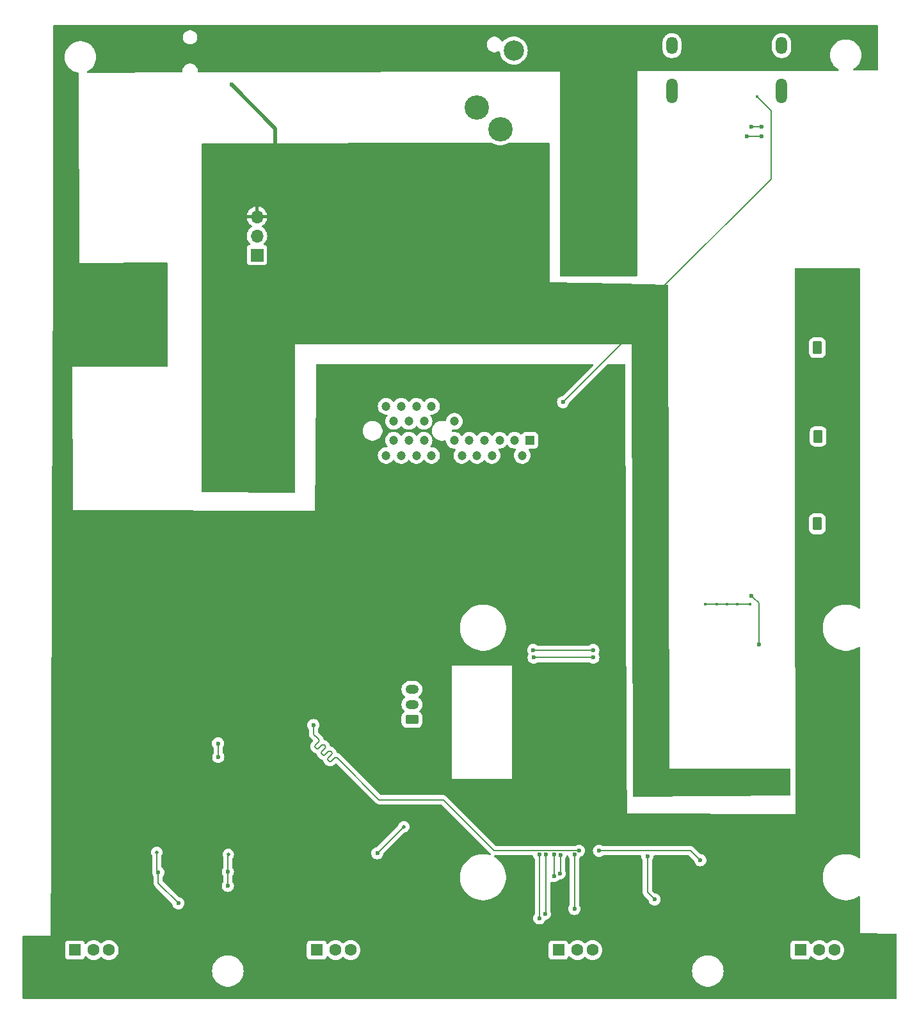
<source format=gbr>
%TF.GenerationSoftware,KiCad,Pcbnew,8.0.8*%
%TF.CreationDate,2025-08-13T22:48:38+02:00*%
%TF.ProjectId,RetroConsoleMk3,52657472-6f43-46f6-9e73-6f6c654d6b33,rev?*%
%TF.SameCoordinates,PX237a085PY9f06730*%
%TF.FileFunction,Copper,L2,Bot*%
%TF.FilePolarity,Positive*%
%FSLAX46Y46*%
G04 Gerber Fmt 4.6, Leading zero omitted, Abs format (unit mm)*
G04 Created by KiCad (PCBNEW 8.0.8) date 2025-08-13 22:48:38*
%MOMM*%
%LPD*%
G01*
G04 APERTURE LIST*
G04 Aperture macros list*
%AMRoundRect*
0 Rectangle with rounded corners*
0 $1 Rounding radius*
0 $2 $3 $4 $5 $6 $7 $8 $9 X,Y pos of 4 corners*
0 Add a 4 corners polygon primitive as box body*
4,1,4,$2,$3,$4,$5,$6,$7,$8,$9,$2,$3,0*
0 Add four circle primitives for the rounded corners*
1,1,$1+$1,$2,$3*
1,1,$1+$1,$4,$5*
1,1,$1+$1,$6,$7*
1,1,$1+$1,$8,$9*
0 Add four rect primitives between the rounded corners*
20,1,$1+$1,$2,$3,$4,$5,0*
20,1,$1+$1,$4,$5,$6,$7,0*
20,1,$1+$1,$6,$7,$8,$9,0*
20,1,$1+$1,$8,$9,$2,$3,0*%
G04 Aperture macros list end*
%TA.AperFunction,ComponentPad*%
%ADD10R,1.600000X1.500000*%
%TD*%
%TA.AperFunction,ComponentPad*%
%ADD11C,1.600000*%
%TD*%
%TA.AperFunction,ComponentPad*%
%ADD12C,3.000000*%
%TD*%
%TA.AperFunction,ComponentPad*%
%ADD13RoundRect,0.250000X-0.350000X-0.625000X0.350000X-0.625000X0.350000X0.625000X-0.350000X0.625000X0*%
%TD*%
%TA.AperFunction,ComponentPad*%
%ADD14O,1.200000X1.750000*%
%TD*%
%TA.AperFunction,ComponentPad*%
%ADD15R,2.415000X2.415000*%
%TD*%
%TA.AperFunction,ComponentPad*%
%ADD16C,3.225000*%
%TD*%
%TA.AperFunction,ComponentPad*%
%ADD17C,2.685000*%
%TD*%
%TA.AperFunction,ComponentPad*%
%ADD18R,1.700000X1.700000*%
%TD*%
%TA.AperFunction,ComponentPad*%
%ADD19O,1.700000X1.700000*%
%TD*%
%TA.AperFunction,ComponentPad*%
%ADD20R,1.200000X1.200000*%
%TD*%
%TA.AperFunction,ComponentPad*%
%ADD21C,1.200000*%
%TD*%
%TA.AperFunction,ComponentPad*%
%ADD22O,1.500000X3.300000*%
%TD*%
%TA.AperFunction,ComponentPad*%
%ADD23O,1.500000X2.300000*%
%TD*%
%TA.AperFunction,ComponentPad*%
%ADD24RoundRect,0.250000X0.625000X-0.350000X0.625000X0.350000X-0.625000X0.350000X-0.625000X-0.350000X0*%
%TD*%
%TA.AperFunction,ComponentPad*%
%ADD25O,1.750000X1.200000*%
%TD*%
%TA.AperFunction,ViaPad*%
%ADD26C,0.600000*%
%TD*%
%TA.AperFunction,ViaPad*%
%ADD27C,0.500000*%
%TD*%
%TA.AperFunction,ViaPad*%
%ADD28C,0.400000*%
%TD*%
%TA.AperFunction,Conductor*%
%ADD29C,0.200000*%
%TD*%
%TA.AperFunction,Conductor*%
%ADD30C,0.127000*%
%TD*%
%TA.AperFunction,Conductor*%
%ADD31C,0.500000*%
%TD*%
G04 APERTURE END LIST*
D10*
%TO.P,J7,1,VBUS*%
%TO.N,VCC*%
X106049995Y9360000D03*
D11*
%TO.P,J7,2,D-*%
%TO.N,Net-(IC1-USBDM_DN4{slash}PRT_DIS_M4)*%
X108549995Y9360000D03*
%TO.P,J7,3,D+*%
%TO.N,Net-(IC1-USBDP_DN4{slash}PRT_DIS_P4)*%
X110549995Y9360000D03*
%TO.P,J7,4,GND*%
%TO.N,GND*%
X113049995Y9360000D03*
D12*
%TO.P,J7,5,Shield*%
X102979995Y6650000D03*
X116119995Y6650000D03*
%TD*%
D13*
%TO.P,J11,1,Pin_1*%
%TO.N,GPIO4*%
X108299995Y65750000D03*
D14*
%TO.P,J11,2,Pin_2*%
%TO.N,GND*%
X110299995Y65750000D03*
%TD*%
D15*
%TO.P,J10,1,SLEEVE*%
%TO.N,GND*%
X63034495Y130256500D03*
D16*
%TO.P,J10,2,TIP*%
%TO.N,AUDIO_OUT_L*%
X63254495Y120856500D03*
%TO.P,J10,3,TIP_SWITCH_*%
%TO.N,unconnected-(J10-TIP_SWITCH_-Pad3)*%
X66324495Y117956500D03*
D17*
%TO.P,J10,5,RING*%
%TO.N,AUDIO_OUT_R*%
X68114495Y128356500D03*
%TD*%
D10*
%TO.P,J5,1,VBUS*%
%TO.N,VCC*%
X42049995Y9360000D03*
D11*
%TO.P,J5,2,D-*%
%TO.N,Net-(IC1-USBDM_DN2{slash}PRT_DIS_M2)*%
X44549995Y9360000D03*
%TO.P,J5,3,D+*%
%TO.N,Net-(IC1-USBDP_DN2{slash}PRT_DIS_P2)*%
X46549995Y9360000D03*
%TO.P,J5,4,GND*%
%TO.N,GND*%
X49049995Y9360000D03*
D12*
%TO.P,J5,5,Shield*%
X38979995Y6650000D03*
X52119995Y6650000D03*
%TD*%
D13*
%TO.P,J13,1,Pin_1*%
%TO.N,GPIO6*%
X108299995Y89050000D03*
D14*
%TO.P,J13,2,Pin_2*%
%TO.N,GND*%
X110299995Y89050000D03*
%TD*%
D13*
%TO.P,J12,1,Pin_1*%
%TO.N,GPIO5*%
X108399995Y77300000D03*
D14*
%TO.P,J12,2,Pin_2*%
%TO.N,GND*%
X110399995Y77300000D03*
%TD*%
D10*
%TO.P,J6,1,VBUS*%
%TO.N,VCC*%
X74049995Y9360000D03*
D11*
%TO.P,J6,2,D-*%
%TO.N,Net-(IC1-USBDM_DN3{slash}PRT_DIS_M3)*%
X76549995Y9360000D03*
%TO.P,J6,3,D+*%
%TO.N,Net-(IC1-USBDP_DN3{slash}PRT_DIS_P3)*%
X78549995Y9360000D03*
%TO.P,J6,4,GND*%
%TO.N,GND*%
X81049995Y9360000D03*
D12*
%TO.P,J6,5,Shield*%
X70979995Y6650000D03*
X84119995Y6650000D03*
%TD*%
D18*
%TO.P,J1,1,Pin_1*%
%TO.N,CARD_PRESENT*%
X34149995Y101300000D03*
D19*
%TO.P,J1,2,Pin_2*%
%TO.N,SUPPLY_ENABLE*%
X34149995Y103840000D03*
%TO.P,J1,3,Pin_3*%
%TO.N,VCC*%
X34149995Y106380000D03*
%TD*%
D20*
%TO.P,J9,A1,A1*%
%TO.N,VCC*%
X70249995Y76800003D03*
D21*
%TO.P,J9,A2,A2*%
X69249995Y74800003D03*
%TO.P,J9,A3,A3*%
%TO.N,3V3*%
X68249995Y76800003D03*
%TO.P,J9,A4,A4*%
%TO.N,GND*%
X67249995Y74800003D03*
%TO.P,J9,A5,A5*%
%TO.N,SD_CLK*%
X66249995Y76800003D03*
%TO.P,J9,A6,A6*%
%TO.N,SD_CMD*%
X65249995Y74800003D03*
%TO.P,J9,A7,A7*%
%TO.N,SD_DAT0*%
X64249995Y76800003D03*
%TO.P,J9,A8,A8*%
%TO.N,SD_DAT1*%
X63249995Y74800003D03*
%TO.P,J9,A9,A9*%
%TO.N,SD_DAT2*%
X62249995Y76800003D03*
%TO.P,J9,A10,A10*%
%TO.N,SD_DAT3*%
X61249995Y74800003D03*
%TO.P,J9,A11,A11*%
%TO.N,unconnected-(J9-PadA11)*%
X60249995Y76800003D03*
%TO.P,J9,A12,A12*%
%TO.N,unconnected-(J9-PadA12)*%
X57249995Y74800003D03*
%TO.P,J9,A13,A13*%
%TO.N,unconnected-(J9-PadA13)*%
X56249995Y76800003D03*
%TO.P,J9,A14,A14*%
%TO.N,unconnected-(J9-PadA14)*%
X55249995Y74800003D03*
%TO.P,J9,A15,A15*%
%TO.N,unconnected-(J9-PadA15)*%
X54249995Y76800003D03*
%TO.P,J9,A16,A16*%
%TO.N,unconnected-(J9-PadA16)*%
X53249995Y74800003D03*
%TO.P,J9,A17,A17*%
%TO.N,CARD_PRESENT*%
X52249995Y76800003D03*
%TO.P,J9,A18,A18*%
%TO.N,unconnected-(J9-PadA18)*%
X51249995Y74800003D03*
%TO.P,J9,B1,B1*%
%TO.N,GND*%
X70249995Y79300003D03*
%TO.P,J9,B2,B2*%
X69249995Y81300003D03*
%TO.P,J9,B3,B3*%
X68249995Y79300003D03*
%TO.P,J9,B4,B4*%
X67249995Y81300003D03*
%TO.P,J9,B5,B5*%
X66249995Y79300003D03*
%TO.P,J9,B6,B6*%
X65249995Y81300003D03*
%TO.P,J9,B7,B7*%
X64249995Y79300003D03*
%TO.P,J9,B8,B8*%
X63249995Y81300003D03*
%TO.P,J9,B9,B9*%
X62249995Y79300003D03*
%TO.P,J9,B10,B10*%
X61249995Y81300003D03*
%TO.P,J9,B11,B11*%
%TO.N,unconnected-(J9-PadB11)*%
X60249995Y79300003D03*
%TO.P,J9,B12,B12*%
%TO.N,unconnected-(J9-PadB12)*%
X57249995Y81300003D03*
%TO.P,J9,B13,B13*%
%TO.N,unconnected-(J9-PadB13)*%
X56249995Y79300003D03*
%TO.P,J9,B14,B14*%
%TO.N,unconnected-(J9-PadB14)*%
X55249995Y81300003D03*
%TO.P,J9,B15,B15*%
%TO.N,unconnected-(J9-PadB15)*%
X54249995Y79300003D03*
%TO.P,J9,B16,B16*%
%TO.N,unconnected-(J9-PadB16)*%
X53249995Y81300003D03*
%TO.P,J9,B17,B17*%
%TO.N,unconnected-(J9-PadB17)*%
X52249995Y79300003D03*
%TO.P,J9,B18,B18*%
%TO.N,unconnected-(J9-PadB18)*%
X51249995Y81300003D03*
%TD*%
D22*
%TO.P,J4,SH*%
%TO.N,N/C*%
X89049995Y123040000D03*
X103549995Y123040000D03*
D23*
X89049995Y129000000D03*
X103549995Y129000000D03*
%TD*%
D24*
%TO.P,J14,1,Pin_1*%
%TO.N,GPIO5*%
X54649995Y39850000D03*
D25*
%TO.P,J14,2,Pin_2*%
%TO.N,GPIO4*%
X54649995Y41850000D03*
%TO.P,J14,3,Pin_3*%
%TO.N,GPIO6*%
X54649995Y43850000D03*
%TO.P,J14,4,Pin_4*%
%TO.N,GND*%
X54649995Y45850000D03*
%TD*%
D10*
%TO.P,J3,1,VBUS*%
%TO.N,VCC*%
X10049995Y9360000D03*
D11*
%TO.P,J3,2,D-*%
%TO.N,Net-(IC1-USBDM_DN1{slash}PRT_DIS_M1)*%
X12549995Y9360000D03*
%TO.P,J3,3,D+*%
%TO.N,Net-(IC1-USBDP_DN1{slash}PRT_DIS_P1)*%
X14549995Y9360000D03*
%TO.P,J3,4,GND*%
%TO.N,GND*%
X17049995Y9360000D03*
D12*
%TO.P,J3,5,Shield*%
X6979995Y6650000D03*
X20119995Y6650000D03*
%TD*%
D26*
%TO.N,3V3*%
X30299995Y17850000D03*
D27*
X53584899Y25684904D03*
X30349995Y22000000D03*
X20899995Y22300000D03*
D26*
X21099995Y19650000D03*
X23749995Y15550000D03*
X50069506Y22169511D03*
X30299995Y19750000D03*
D27*
%TO.N,GND*%
X78549995Y106070000D03*
D26*
X80749995Y21200000D03*
D27*
X80974995Y113600000D03*
D28*
X96349995Y55100000D03*
D26*
X88749995Y21100000D03*
D28*
X12799995Y46500000D03*
X81049995Y16000000D03*
X99349995Y55100000D03*
X32299995Y23700000D03*
D27*
X76914995Y113600000D03*
D28*
X24299995Y28450000D03*
X93149995Y16000000D03*
D26*
X19849995Y89600000D03*
D28*
X26449995Y32115000D03*
D26*
X97749995Y128000000D03*
X87049995Y21500000D03*
X81949995Y55100000D03*
D28*
X20799995Y28400000D03*
X19799995Y24320000D03*
D27*
X80974995Y110100000D03*
D26*
X82499995Y49100000D03*
X19749995Y95000000D03*
D28*
X97699995Y55100000D03*
D26*
X11449995Y94900000D03*
D27*
X76849995Y120400000D03*
D26*
X11349995Y90200000D03*
D28*
X94999995Y55100000D03*
D26*
X37629995Y26660000D03*
D28*
X25749995Y19750000D03*
D27*
X81029995Y120400000D03*
D26*
X93149995Y128000000D03*
X19749995Y92600000D03*
D28*
X93449995Y55100000D03*
D26*
X83149995Y21100000D03*
D28*
X83149995Y16000000D03*
D26*
X44919995Y39125000D03*
D27*
X76724995Y110100000D03*
D28*
X25949995Y27200000D03*
D26*
X11449995Y92900000D03*
X95149995Y21100000D03*
X99949995Y21100000D03*
D28*
X88749995Y16000000D03*
X78099995Y100600000D03*
D26*
X95149995Y128000000D03*
%TO.N,VCC*%
X102749995Y30600000D03*
D28*
X100299995Y122280000D03*
D26*
X102349995Y30200000D03*
X30799995Y123850000D03*
X103649995Y30700000D03*
X28549995Y71100000D03*
X74649995Y81850000D03*
%TO.N,SD_DAT1*%
X74199995Y19500000D03*
X74299995Y21950000D03*
%TO.N,SD_DAT2*%
X71499995Y13550000D03*
X71499995Y21973000D03*
%TO.N,SD_DAT3*%
X72399995Y21973000D03*
X72249995Y14150000D03*
%TO.N,SD_CMD*%
X76749995Y22500000D03*
X41619995Y39125000D03*
%TO.N,SD_DAT0*%
X73449995Y21973000D03*
X73449995Y19150000D03*
%TO.N,SD_CLK*%
X76149995Y21973000D03*
X76149995Y14800000D03*
%TO.N,USB_D+*%
X70749995Y48050000D03*
X78649995Y48050000D03*
%TO.N,USB_D-*%
X29026995Y34900000D03*
X78649995Y49050000D03*
X28999995Y36700000D03*
X70699995Y49050000D03*
%TO.N,HDMI_CEC*%
X100949995Y117000000D03*
X98949995Y117000000D03*
%TO.N,HDMI_SDA*%
X99549995Y118250000D03*
X100949995Y118250000D03*
X100549995Y49750000D03*
X99549995Y56250000D03*
%TO.N,AUDIO_R*%
X86749995Y16050000D03*
X85799995Y21750000D03*
%TO.N,Net-(Module1A-SD_CMD)*%
X92799995Y21250000D03*
X79399995Y22500000D03*
%TD*%
D29*
%TO.N,3V3*%
X23749995Y15550000D02*
X23799995Y15500000D01*
X30299995Y17850000D02*
X30299995Y19750000D01*
X20899995Y19850000D02*
X21099995Y19650000D01*
X21099995Y19650000D02*
X21099995Y18200000D01*
X30299995Y21950000D02*
X30349995Y22000000D01*
X50069506Y22169511D02*
X53584899Y25684904D01*
X20899995Y22300000D02*
X20899995Y19850000D01*
X21099995Y18200000D02*
X23749995Y15550000D01*
X30349995Y22000000D02*
X30249995Y22000000D01*
X30299995Y19750000D02*
X30299995Y21950000D01*
%TO.N,GND*%
X99349995Y55100000D02*
X93449995Y55100000D01*
D30*
%TO.N,VCC*%
X101499995Y121080000D02*
X101499995Y121050000D01*
X102149995Y115000000D02*
X102149995Y111350000D01*
X102149995Y120400000D02*
X102149995Y115000000D01*
X102149995Y111350000D02*
X87549995Y96750000D01*
D29*
X82949995Y90150000D02*
X82949995Y90200000D01*
X74649995Y81850000D02*
X82949995Y90150000D01*
D30*
X100299995Y122280000D02*
X101499995Y121080000D01*
D31*
X36599995Y118050000D02*
X36599995Y113950000D01*
D30*
X101499995Y121050000D02*
X102149995Y120400000D01*
D31*
X30799995Y123850000D02*
X36599995Y118050000D01*
D29*
%TO.N,SD_DAT1*%
X74299995Y19600000D02*
X74299995Y21950000D01*
X74199995Y19500000D02*
X74299995Y19600000D01*
%TO.N,SD_DAT2*%
X71499995Y13650000D02*
X71399995Y13550000D01*
X71499995Y21973000D02*
X71499995Y13550000D01*
%TO.N,SD_DAT3*%
X72399995Y21973000D02*
X72399995Y14300000D01*
X72399995Y14300000D02*
X72249995Y14150000D01*
%TO.N,SD_CMD*%
X45018332Y34531663D02*
X50299995Y29250000D01*
X41619995Y37930000D02*
X41758451Y37791544D01*
X43564053Y34416165D02*
X43648905Y34331313D01*
X44773205Y34776791D02*
X44858059Y34691936D01*
X65549995Y22500000D02*
X76749995Y22500000D01*
X41758451Y37791544D02*
X41946503Y37603492D01*
X43924677Y35625319D02*
X44009531Y35540464D01*
X43161003Y36049581D02*
X42715525Y35604104D01*
X44858059Y34691936D02*
X45018332Y34531663D01*
X42291261Y36028369D02*
X42736738Y36473847D01*
X42312475Y36898109D02*
X41866997Y36452632D01*
X58799995Y29250000D02*
X65549995Y22500000D01*
X44009531Y35201053D02*
X43564053Y34755576D01*
X42715525Y35264693D02*
X42800377Y35179841D01*
X41619995Y38231248D02*
X41619995Y37930000D01*
X50299995Y29250000D02*
X58799995Y29250000D01*
X43988317Y34331313D02*
X44433794Y34776791D01*
X41619995Y39125000D02*
X41619995Y38231248D01*
X41946503Y37603492D02*
X42312475Y37237520D01*
X41866997Y36113221D02*
X41951849Y36028369D01*
X43076149Y36473847D02*
X43161003Y36388992D01*
X43139789Y35179841D02*
X43585266Y35625319D01*
X44433794Y34776791D02*
G75*
G02*
X44773205Y34776792I169706J-169707D01*
G01*
X41866997Y36452632D02*
G75*
G03*
X41866970Y36113195I169698J-169732D01*
G01*
X42736738Y36473847D02*
G75*
G02*
X43076149Y36473848I169706J-169707D01*
G01*
X43564053Y34755576D02*
G75*
G03*
X43564082Y34416194I169742J-169676D01*
G01*
X43585266Y35625319D02*
G75*
G02*
X43924677Y35625320I169706J-169707D01*
G01*
X41951849Y36028369D02*
G75*
G03*
X42291261Y36028369I169706J169704D01*
G01*
X43648905Y34331313D02*
G75*
G03*
X43988317Y34331313I169706J169704D01*
G01*
X42715525Y35604104D02*
G75*
G03*
X42715526Y35264695I169670J-169704D01*
G01*
X42312475Y37237520D02*
G75*
G02*
X42312490Y36898094I-169680J-169720D01*
G01*
X42800377Y35179841D02*
G75*
G03*
X43139789Y35179841I169706J169704D01*
G01*
X44009531Y35540464D02*
G75*
G02*
X44009490Y35201094I-169736J-169664D01*
G01*
X43161003Y36388992D02*
G75*
G02*
X43160990Y36049595I-169708J-169692D01*
G01*
%TO.N,SD_DAT0*%
X73449995Y19150000D02*
X73449995Y21973000D01*
%TO.N,SD_CLK*%
X76149995Y14950000D02*
X75999995Y14800000D01*
X76149995Y21973000D02*
X76149995Y14800000D01*
%TO.N,USB_D+*%
X78649995Y48050000D02*
X70749995Y48050000D01*
%TO.N,USB_D-*%
X29026995Y36673000D02*
X28999995Y36700000D01*
X78649995Y49050000D02*
X70699995Y49050000D01*
X29026995Y34900000D02*
X29026995Y36673000D01*
%TO.N,HDMI_CEC*%
X100949995Y117000000D02*
X98949995Y117000000D01*
%TO.N,HDMI_SDA*%
X99799995Y56000000D02*
X99549995Y56250000D01*
X100549995Y49750000D02*
X100549995Y55250000D01*
X99549995Y118250000D02*
X100949995Y118250000D01*
X100949995Y118250000D02*
X101049995Y118250000D01*
X100549995Y55250000D02*
X99799995Y56000000D01*
%TO.N,AUDIO_R*%
X85799995Y17000000D02*
X85799995Y21750000D01*
X86749995Y16050000D02*
X85799995Y17000000D01*
%TO.N,Net-(Module1A-SD_CMD)*%
X91549995Y22500000D02*
X92799995Y21250000D01*
X79399995Y22500000D02*
X91549995Y22500000D01*
%TD*%
%TA.AperFunction,Conductor*%
%TO.N,GND*%
G36*
X116293034Y131680315D02*
G01*
X116338789Y131627511D01*
X116349995Y131576000D01*
X116349995Y125823650D01*
X116330310Y125756611D01*
X116277506Y125710856D01*
X116226347Y125699650D01*
X113113092Y125690823D01*
X113045997Y125710318D01*
X113000092Y125762992D01*
X112989953Y125832122D01*
X113018797Y125895760D01*
X113048309Y125920770D01*
X113253240Y126045390D01*
X113474144Y126225109D01*
X113668519Y126433233D01*
X113832744Y126665887D01*
X113963759Y126918735D01*
X114059125Y127187068D01*
X114117064Y127465888D01*
X114136498Y127750000D01*
X114117064Y128034112D01*
X114059125Y128312932D01*
X114052610Y128331262D01*
X113963760Y128581262D01*
X113963761Y128581262D01*
X113893247Y128717348D01*
X113832744Y128834113D01*
X113668519Y129066767D01*
X113668515Y129066771D01*
X113668514Y129066773D01*
X113536483Y129208142D01*
X113474144Y129274891D01*
X113253240Y129454610D01*
X113253238Y129454611D01*
X113253236Y129454613D01*
X113009920Y129602577D01*
X112748723Y129716030D01*
X112474512Y129792861D01*
X112474508Y129792862D01*
X112474507Y129792862D01*
X112333445Y129812251D01*
X112192384Y129831639D01*
X112192383Y129831639D01*
X111907607Y129831639D01*
X111907606Y129831639D01*
X111625483Y129792862D01*
X111625477Y129792861D01*
X111351266Y129716030D01*
X111090069Y129602577D01*
X110846753Y129454613D01*
X110625849Y129274894D01*
X110431475Y129066773D01*
X110267246Y128834114D01*
X110136229Y128581262D01*
X110040866Y128312938D01*
X110040865Y128312935D01*
X109982925Y128034107D01*
X109963492Y127750000D01*
X109982925Y127465894D01*
X110040865Y127187066D01*
X110040866Y127187063D01*
X110136229Y126918739D01*
X110136228Y126918739D01*
X110196663Y126802106D01*
X110267246Y126665887D01*
X110412143Y126460614D01*
X110431475Y126433228D01*
X110503719Y126355875D01*
X110625846Y126225109D01*
X110846750Y126045390D01*
X111061544Y125914771D01*
X111108595Y125863121D01*
X111120253Y125794231D01*
X111092816Y125729974D01*
X111034994Y125690751D01*
X110997467Y125684824D01*
X84499968Y125609688D01*
X84499993Y100018886D01*
X84499995Y98624000D01*
X84480311Y98556961D01*
X84427507Y98511206D01*
X84375995Y98500000D01*
X74324224Y98500000D01*
X74257185Y98519685D01*
X74211430Y98572489D01*
X74200224Y98624229D01*
X74249908Y125580624D01*
X26451847Y125445092D01*
X26384752Y125464587D01*
X26338847Y125517261D01*
X26327495Y125569092D01*
X26327495Y125701201D01*
X26327494Y125701205D01*
X26325574Y125710856D01*
X26288009Y125899711D01*
X26210554Y126086704D01*
X26210553Y126086705D01*
X26210550Y126086711D01*
X26098107Y126254993D01*
X26098104Y126254997D01*
X25954991Y126398110D01*
X25954987Y126398113D01*
X25786705Y126510556D01*
X25786696Y126510561D01*
X25599706Y126588014D01*
X25599698Y126588016D01*
X25401199Y126627500D01*
X25401195Y126627500D01*
X25198795Y126627500D01*
X25198790Y126627500D01*
X25000291Y126588016D01*
X25000283Y126588014D01*
X24813293Y126510561D01*
X24813284Y126510556D01*
X24645002Y126398113D01*
X24644998Y126398110D01*
X24501885Y126254997D01*
X24501882Y126254993D01*
X24389439Y126086711D01*
X24389434Y126086702D01*
X24311981Y125899712D01*
X24311979Y125899704D01*
X24272495Y125701205D01*
X24272495Y125562561D01*
X24252810Y125495522D01*
X24200006Y125449767D01*
X24148847Y125438561D01*
X11795496Y125403532D01*
X11728401Y125423027D01*
X11682496Y125475701D01*
X11672357Y125544831D01*
X11701201Y125608469D01*
X11745744Y125641267D01*
X11759922Y125647425D01*
X12003240Y125795390D01*
X12224144Y125975109D01*
X12418519Y126183233D01*
X12582744Y126415887D01*
X12713759Y126668735D01*
X12809125Y126937068D01*
X12867064Y127215888D01*
X12886498Y127500000D01*
X12867064Y127784112D01*
X12809125Y128062932D01*
X12798245Y128093544D01*
X12720275Y128312932D01*
X12713760Y128331262D01*
X12713761Y128331262D01*
X12625510Y128501578D01*
X12582744Y128584113D01*
X12418519Y128816767D01*
X12418515Y128816771D01*
X12418514Y128816773D01*
X12353396Y128886497D01*
X12224144Y129024891D01*
X12003240Y129204610D01*
X12003238Y129204611D01*
X12003236Y129204613D01*
X11759920Y129352577D01*
X11498723Y129466030D01*
X11224512Y129542861D01*
X11224508Y129542862D01*
X11224507Y129542862D01*
X11083445Y129562251D01*
X10942384Y129581639D01*
X10942383Y129581639D01*
X10657607Y129581639D01*
X10657606Y129581639D01*
X10375483Y129542862D01*
X10375477Y129542861D01*
X10101266Y129466030D01*
X9840069Y129352577D01*
X9596753Y129204613D01*
X9375849Y129024894D01*
X9181475Y128816773D01*
X9017246Y128584114D01*
X8886229Y128331262D01*
X8790866Y128062938D01*
X8790865Y128062935D01*
X8732925Y127784107D01*
X8713492Y127500000D01*
X8732925Y127215894D01*
X8732925Y127215890D01*
X8732926Y127215888D01*
X8747341Y127146517D01*
X8790865Y126937066D01*
X8790866Y126937063D01*
X8886229Y126668739D01*
X8886228Y126668739D01*
X8994070Y126460614D01*
X9017246Y126415887D01*
X9151913Y126225107D01*
X9181475Y126183228D01*
X9253719Y126105875D01*
X9375846Y125975109D01*
X9596750Y125795390D01*
X9596752Y125795389D01*
X9596753Y125795388D01*
X9840069Y125647424D01*
X10020409Y125569092D01*
X10101268Y125533970D01*
X10375483Y125457138D01*
X10443176Y125447834D01*
X10506910Y125419204D01*
X10545049Y125360662D01*
X10550290Y125325481D01*
X10649902Y100223027D01*
X10649903Y100223026D01*
X10649995Y100200000D01*
X7149995Y100200000D01*
X7149995Y130191356D01*
X24372495Y130191356D01*
X24372495Y130008645D01*
X24408136Y129829466D01*
X24408138Y129829458D01*
X24478053Y129660667D01*
X24478058Y129660658D01*
X24579558Y129508754D01*
X24579561Y129508750D01*
X24708744Y129379567D01*
X24708748Y129379564D01*
X24860652Y129278064D01*
X24860661Y129278059D01*
X24898898Y129262221D01*
X25029453Y129208143D01*
X25208639Y129172501D01*
X25208643Y129172500D01*
X25208644Y129172500D01*
X25391347Y129172500D01*
X25391348Y129172501D01*
X25570537Y129208143D01*
X25690190Y129257705D01*
X64546995Y129257705D01*
X64546995Y129055296D01*
X64586479Y128856797D01*
X64586481Y128856789D01*
X64663934Y128669799D01*
X64663939Y128669790D01*
X64776382Y128501508D01*
X64776385Y128501504D01*
X64919498Y128358391D01*
X64919502Y128358388D01*
X65087784Y128245945D01*
X65087790Y128245942D01*
X65087791Y128245941D01*
X65274784Y128168486D01*
X65416124Y128140372D01*
X65473290Y128129001D01*
X65473294Y128129000D01*
X65473295Y128129000D01*
X65675696Y128129000D01*
X65675697Y128129001D01*
X65874206Y128168486D01*
X66061199Y128245941D01*
X66087598Y128263580D01*
X66154275Y128284459D01*
X66221655Y128265975D01*
X66268346Y128213997D01*
X66280174Y128169325D01*
X66285594Y128093539D01*
X66329791Y127890372D01*
X66341632Y127835941D01*
X66392870Y127698567D01*
X66433761Y127588933D01*
X66433763Y127588929D01*
X66560100Y127357560D01*
X66560105Y127357552D01*
X66718083Y127146517D01*
X66718099Y127146499D01*
X66904493Y126960105D01*
X66904511Y126960089D01*
X67115546Y126802111D01*
X67115554Y126802106D01*
X67346923Y126675769D01*
X67346927Y126675767D01*
X67346929Y126675766D01*
X67593936Y126583637D01*
X67722737Y126555618D01*
X67851533Y126527600D01*
X67851535Y126527600D01*
X67851539Y126527599D01*
X68085216Y126510887D01*
X68114494Y126508792D01*
X68114495Y126508792D01*
X68114496Y126508792D01*
X68140839Y126510677D01*
X68377451Y126527599D01*
X68635054Y126583637D01*
X68882061Y126675766D01*
X69113441Y126802109D01*
X69324486Y126960095D01*
X69510900Y127146509D01*
X69668886Y127357554D01*
X69795229Y127588934D01*
X69887358Y127835941D01*
X69943396Y128093544D01*
X69962203Y128356500D01*
X69943396Y128619456D01*
X69887358Y128877059D01*
X69795229Y129124066D01*
X69768781Y129172501D01*
X69668889Y129355441D01*
X69668884Y129355449D01*
X69561856Y129498423D01*
X87799495Y129498423D01*
X87799495Y128501578D01*
X87830285Y128307174D01*
X87891112Y128119971D01*
X87978447Y127948567D01*
X87980471Y127944595D01*
X88096167Y127785354D01*
X88235349Y127646172D01*
X88394590Y127530476D01*
X88454403Y127500000D01*
X88569965Y127441118D01*
X88569967Y127441118D01*
X88569970Y127441116D01*
X88670312Y127408513D01*
X88757168Y127380291D01*
X88951573Y127349500D01*
X88951578Y127349500D01*
X89148417Y127349500D01*
X89342821Y127380291D01*
X89530020Y127441116D01*
X89705400Y127530476D01*
X89864641Y127646172D01*
X90003823Y127785354D01*
X90119519Y127944595D01*
X90208879Y128119975D01*
X90269704Y128307174D01*
X90277516Y128356499D01*
X90300495Y128501578D01*
X90300495Y129498423D01*
X102299495Y129498423D01*
X102299495Y128501578D01*
X102330285Y128307174D01*
X102391112Y128119971D01*
X102478447Y127948567D01*
X102480471Y127944595D01*
X102596167Y127785354D01*
X102735349Y127646172D01*
X102894590Y127530476D01*
X102954403Y127500000D01*
X103069965Y127441118D01*
X103069967Y127441118D01*
X103069970Y127441116D01*
X103170312Y127408513D01*
X103257168Y127380291D01*
X103451573Y127349500D01*
X103451578Y127349500D01*
X103648417Y127349500D01*
X103842821Y127380291D01*
X104030020Y127441116D01*
X104205400Y127530476D01*
X104364641Y127646172D01*
X104503823Y127785354D01*
X104619519Y127944595D01*
X104708879Y128119975D01*
X104769704Y128307174D01*
X104777516Y128356499D01*
X104800495Y128501578D01*
X104800495Y129498423D01*
X104769704Y129692827D01*
X104737200Y129792862D01*
X104708879Y129880025D01*
X104708877Y129880028D01*
X104708877Y129880030D01*
X104643342Y130008649D01*
X104619519Y130055405D01*
X104503823Y130214646D01*
X104364641Y130353828D01*
X104205400Y130469524D01*
X104030024Y130558883D01*
X103842821Y130619710D01*
X103648417Y130650500D01*
X103648412Y130650500D01*
X103451578Y130650500D01*
X103451573Y130650500D01*
X103257168Y130619710D01*
X103069965Y130558883D01*
X102894589Y130469524D01*
X102803736Y130403515D01*
X102735349Y130353828D01*
X102735347Y130353826D01*
X102735346Y130353826D01*
X102596169Y130214649D01*
X102596169Y130214648D01*
X102596167Y130214646D01*
X102546480Y130146259D01*
X102480471Y130055406D01*
X102391112Y129880030D01*
X102330285Y129692827D01*
X102299495Y129498423D01*
X90300495Y129498423D01*
X90269704Y129692827D01*
X90237200Y129792862D01*
X90208879Y129880025D01*
X90208877Y129880028D01*
X90208877Y129880030D01*
X90143342Y130008649D01*
X90119519Y130055405D01*
X90003823Y130214646D01*
X89864641Y130353828D01*
X89705400Y130469524D01*
X89530024Y130558883D01*
X89342821Y130619710D01*
X89148417Y130650500D01*
X89148412Y130650500D01*
X88951578Y130650500D01*
X88951573Y130650500D01*
X88757168Y130619710D01*
X88569965Y130558883D01*
X88394589Y130469524D01*
X88303736Y130403515D01*
X88235349Y130353828D01*
X88235347Y130353826D01*
X88235346Y130353826D01*
X88096169Y130214649D01*
X88096169Y130214648D01*
X88096167Y130214646D01*
X88046480Y130146259D01*
X87980471Y130055406D01*
X87891112Y129880030D01*
X87830285Y129692827D01*
X87799495Y129498423D01*
X69561856Y129498423D01*
X69510906Y129566484D01*
X69510890Y129566502D01*
X69324496Y129752896D01*
X69324478Y129752912D01*
X69113443Y129910890D01*
X69113435Y129910895D01*
X68882066Y130037232D01*
X68882062Y130037234D01*
X68788417Y130072162D01*
X68635054Y130129363D01*
X68635050Y130129364D01*
X68635047Y130129365D01*
X68377456Y130185401D01*
X68114496Y130204208D01*
X68114494Y130204208D01*
X67851533Y130185401D01*
X67593942Y130129365D01*
X67593937Y130129364D01*
X67593936Y130129363D01*
X67534215Y130107089D01*
X67346927Y130037234D01*
X67346923Y130037232D01*
X67115554Y129910895D01*
X67115546Y129910890D01*
X66904511Y129752912D01*
X66904493Y129752896D01*
X66718099Y129566502D01*
X66715193Y129563147D01*
X66714134Y129564065D01*
X66663044Y129525846D01*
X66593351Y129520886D01*
X66532039Y129554392D01*
X66505190Y129594590D01*
X66485054Y129643204D01*
X66485050Y129643211D01*
X66372607Y129811493D01*
X66372604Y129811497D01*
X66229491Y129954610D01*
X66229487Y129954613D01*
X66061205Y130067056D01*
X66061196Y130067061D01*
X65874206Y130144514D01*
X65874198Y130144516D01*
X65675699Y130184000D01*
X65675695Y130184000D01*
X65473295Y130184000D01*
X65473290Y130184000D01*
X65274791Y130144516D01*
X65274783Y130144514D01*
X65087793Y130067061D01*
X65087784Y130067056D01*
X64919502Y129954613D01*
X64919498Y129954610D01*
X64776385Y129811497D01*
X64776382Y129811493D01*
X64663939Y129643211D01*
X64663934Y129643202D01*
X64586481Y129456212D01*
X64586479Y129456204D01*
X64546995Y129257705D01*
X25690190Y129257705D01*
X25739331Y129278060D01*
X25891242Y129379564D01*
X26020431Y129508753D01*
X26121935Y129660664D01*
X26191852Y129829458D01*
X26227495Y130008649D01*
X26227495Y130191351D01*
X26191852Y130370542D01*
X26121935Y130539336D01*
X26121934Y130539337D01*
X26121931Y130539343D01*
X26020431Y130691247D01*
X26020428Y130691251D01*
X25891245Y130820434D01*
X25891241Y130820437D01*
X25739337Y130921937D01*
X25739328Y130921942D01*
X25570537Y130991857D01*
X25570529Y130991859D01*
X25391350Y131027500D01*
X25391346Y131027500D01*
X25208644Y131027500D01*
X25208639Y131027500D01*
X25029460Y130991859D01*
X25029452Y130991857D01*
X24860661Y130921942D01*
X24860652Y130921937D01*
X24708748Y130820437D01*
X24708744Y130820434D01*
X24579561Y130691251D01*
X24579558Y130691247D01*
X24478058Y130539343D01*
X24478053Y130539334D01*
X24408138Y130370543D01*
X24408136Y130370535D01*
X24372495Y130191356D01*
X7149995Y130191356D01*
X7149995Y131576000D01*
X7169680Y131643039D01*
X7222484Y131688794D01*
X7273995Y131700000D01*
X116225995Y131700000D01*
X116293034Y131680315D01*
G37*
%TD.AperFunction*%
%TD*%
%TA.AperFunction,Conductor*%
%TO.N,VCC*%
G36*
X72793223Y116139293D02*
G01*
X72839046Y116086548D01*
X72850318Y116035228D01*
X72899994Y97700000D01*
X82217191Y97521396D01*
X88428656Y97402326D01*
X88495305Y97381360D01*
X88540040Y97327689D01*
X88550279Y97278639D01*
X88699994Y33350001D01*
X88699995Y33350000D01*
X104625995Y33350000D01*
X104693034Y33330315D01*
X104738789Y33277511D01*
X104749995Y33226000D01*
X104749995Y29923114D01*
X104730310Y29856075D01*
X104677506Y29810320D01*
X104626885Y29799117D01*
X83974572Y29650895D01*
X83907393Y29670098D01*
X83861260Y29722572D01*
X83849682Y29774578D01*
X83699995Y89500000D01*
X83699994Y89500000D01*
X39199995Y89500000D01*
X39199995Y69974504D01*
X39180310Y69907465D01*
X39127506Y69861710D01*
X39075493Y69850505D01*
X26973493Y69899501D01*
X26906534Y69919457D01*
X26860993Y69972446D01*
X26849995Y70023500D01*
X26849995Y103840001D01*
X32794336Y103840001D01*
X32794336Y103840000D01*
X32814931Y103604597D01*
X32814933Y103604587D01*
X32876089Y103376345D01*
X32876091Y103376341D01*
X32876092Y103376337D01*
X32975960Y103162170D01*
X32975962Y103162166D01*
X33084276Y103007479D01*
X33111496Y102968604D01*
X33111501Y102968598D01*
X33233425Y102846674D01*
X33266910Y102785351D01*
X33261926Y102715659D01*
X33220054Y102659726D01*
X33189078Y102642811D01*
X33057664Y102593797D01*
X33057659Y102593794D01*
X32942450Y102507548D01*
X32942447Y102507545D01*
X32856201Y102392336D01*
X32856197Y102392329D01*
X32805903Y102257483D01*
X32799496Y102197884D01*
X32799496Y102197877D01*
X32799495Y102197865D01*
X32799495Y100402130D01*
X32799496Y100402124D01*
X32805903Y100342517D01*
X32856197Y100207672D01*
X32856201Y100207665D01*
X32942447Y100092456D01*
X32942450Y100092453D01*
X33057659Y100006207D01*
X33057666Y100006203D01*
X33192512Y99955909D01*
X33192511Y99955909D01*
X33199439Y99955165D01*
X33252122Y99949500D01*
X35047867Y99949501D01*
X35107478Y99955909D01*
X35242326Y100006204D01*
X35357541Y100092454D01*
X35443791Y100207669D01*
X35494086Y100342517D01*
X35500495Y100402127D01*
X35500494Y102197872D01*
X35494086Y102257483D01*
X35443791Y102392331D01*
X35443790Y102392332D01*
X35443788Y102392336D01*
X35357542Y102507545D01*
X35357539Y102507548D01*
X35242330Y102593794D01*
X35242323Y102593798D01*
X35110912Y102642811D01*
X35054978Y102684682D01*
X35030561Y102750147D01*
X35045413Y102818420D01*
X35066558Y102846668D01*
X35188490Y102968599D01*
X35324030Y103162170D01*
X35423898Y103376337D01*
X35485058Y103604592D01*
X35505654Y103840000D01*
X35485058Y104075408D01*
X35423898Y104303663D01*
X35324030Y104517829D01*
X35188490Y104711401D01*
X35188489Y104711403D01*
X35021397Y104878494D01*
X35021396Y104878495D01*
X34835400Y105008731D01*
X34791776Y105063308D01*
X34784583Y105132807D01*
X34816105Y105195161D01*
X34835400Y105211881D01*
X35021077Y105341895D01*
X35188100Y105508918D01*
X35323595Y105702422D01*
X35423424Y105916508D01*
X35423427Y105916514D01*
X35480631Y106130000D01*
X34583007Y106130000D01*
X34615920Y106187007D01*
X34649995Y106314174D01*
X34649995Y106445826D01*
X34615920Y106572993D01*
X34583007Y106630000D01*
X35480631Y106630000D01*
X35480630Y106630001D01*
X35423427Y106843487D01*
X35423424Y106843493D01*
X35323595Y107057578D01*
X35323594Y107057580D01*
X35188108Y107251074D01*
X35188103Y107251080D01*
X35021077Y107418106D01*
X34827573Y107553601D01*
X34613487Y107653430D01*
X34613481Y107653433D01*
X34399995Y107710636D01*
X34399995Y106813012D01*
X34342988Y106845925D01*
X34215821Y106880000D01*
X34084169Y106880000D01*
X33957002Y106845925D01*
X33899995Y106813012D01*
X33899995Y107710636D01*
X33899994Y107710636D01*
X33686508Y107653433D01*
X33686502Y107653430D01*
X33472417Y107553601D01*
X33472415Y107553600D01*
X33278921Y107418114D01*
X33278915Y107418109D01*
X33111886Y107251080D01*
X33111881Y107251074D01*
X32976395Y107057580D01*
X32976394Y107057578D01*
X32876565Y106843493D01*
X32876562Y106843487D01*
X32819359Y106630001D01*
X32819359Y106630000D01*
X33716983Y106630000D01*
X33684070Y106572993D01*
X33649995Y106445826D01*
X33649995Y106314174D01*
X33684070Y106187007D01*
X33716983Y106130000D01*
X32819359Y106130000D01*
X32876562Y105916514D01*
X32876565Y105916508D01*
X32976394Y105702422D01*
X33111889Y105508918D01*
X33278912Y105341895D01*
X33464590Y105211881D01*
X33508214Y105157304D01*
X33515407Y105087805D01*
X33483885Y105025451D01*
X33464590Y105008731D01*
X33278589Y104878492D01*
X33111500Y104711403D01*
X32975960Y104517831D01*
X32975959Y104517829D01*
X32876093Y104303665D01*
X32876089Y104303656D01*
X32814933Y104075414D01*
X32814931Y104075404D01*
X32794336Y103840001D01*
X26849995Y103840001D01*
X26849995Y115976159D01*
X26869680Y116043198D01*
X26922484Y116088953D01*
X26973835Y116100159D01*
X65194820Y116149224D01*
X65259403Y116131173D01*
X65350106Y116076015D01*
X65350113Y116076011D01*
X65579998Y115976159D01*
X65615241Y115960851D01*
X65893588Y115882862D01*
X66145355Y115848257D01*
X66179961Y115843500D01*
X66179962Y115843500D01*
X66469029Y115843500D01*
X66499903Y115847744D01*
X66755402Y115882862D01*
X67033749Y115960851D01*
X67298884Y116076015D01*
X67394364Y116134078D01*
X67458628Y116152130D01*
X72726162Y116158892D01*
X72793223Y116139293D01*
G37*
%TD.AperFunction*%
%TD*%
%TA.AperFunction,Conductor*%
%TO.N,GND*%
G36*
X22292347Y100279936D02*
G01*
X22338448Y100227434D01*
X22349995Y100175182D01*
X22349995Y86624000D01*
X22330310Y86556961D01*
X22277506Y86511206D01*
X22225995Y86500000D01*
X9749995Y86500000D01*
X9775329Y67549967D01*
X41800104Y67500078D01*
X41849994Y67500000D01*
X41849994Y67500001D01*
X41849995Y67500000D01*
X41901866Y74208668D01*
X41906438Y74800004D01*
X50144780Y74800004D01*
X50144780Y74800003D01*
X50163597Y74596921D01*
X50219412Y74400756D01*
X50219417Y74400743D01*
X50310322Y74218182D01*
X50433232Y74055422D01*
X50583953Y73918023D01*
X50583955Y73918021D01*
X50683136Y73856611D01*
X50757358Y73810655D01*
X50947539Y73736979D01*
X51148019Y73699503D01*
X51148021Y73699503D01*
X51351969Y73699503D01*
X51351971Y73699503D01*
X51552451Y73736979D01*
X51742632Y73810655D01*
X51916036Y73918022D01*
X52066759Y74055424D01*
X52151041Y74167033D01*
X52207150Y74208668D01*
X52276862Y74213359D01*
X52338044Y74179617D01*
X52348949Y74167032D01*
X52433232Y74055422D01*
X52583953Y73918023D01*
X52583955Y73918021D01*
X52683136Y73856611D01*
X52757358Y73810655D01*
X52947539Y73736979D01*
X53148019Y73699503D01*
X53148021Y73699503D01*
X53351969Y73699503D01*
X53351971Y73699503D01*
X53552451Y73736979D01*
X53742632Y73810655D01*
X53916036Y73918022D01*
X54066759Y74055424D01*
X54151041Y74167033D01*
X54207150Y74208668D01*
X54276862Y74213359D01*
X54338044Y74179617D01*
X54348949Y74167032D01*
X54433232Y74055422D01*
X54583953Y73918023D01*
X54583955Y73918021D01*
X54683136Y73856611D01*
X54757358Y73810655D01*
X54947539Y73736979D01*
X55148019Y73699503D01*
X55148021Y73699503D01*
X55351969Y73699503D01*
X55351971Y73699503D01*
X55552451Y73736979D01*
X55742632Y73810655D01*
X55916036Y73918022D01*
X56066759Y74055424D01*
X56151041Y74167033D01*
X56207150Y74208668D01*
X56276862Y74213359D01*
X56338044Y74179617D01*
X56348949Y74167032D01*
X56433232Y74055422D01*
X56583953Y73918023D01*
X56583955Y73918021D01*
X56683136Y73856611D01*
X56757358Y73810655D01*
X56947539Y73736979D01*
X57148019Y73699503D01*
X57148021Y73699503D01*
X57351969Y73699503D01*
X57351971Y73699503D01*
X57552451Y73736979D01*
X57742632Y73810655D01*
X57916036Y73918022D01*
X58066759Y74055424D01*
X58189668Y74218182D01*
X58280577Y74400753D01*
X58336392Y74596920D01*
X58355210Y74800003D01*
X58336392Y75003086D01*
X58280577Y75199253D01*
X58189668Y75381824D01*
X58066759Y75544582D01*
X58066757Y75544585D01*
X57916036Y75681984D01*
X57916034Y75681986D01*
X57742637Y75789348D01*
X57742630Y75789352D01*
X57605551Y75842456D01*
X57552451Y75863027D01*
X57351971Y75900503D01*
X57198794Y75900503D01*
X57131755Y75920188D01*
X57086000Y75972992D01*
X57076056Y76042150D01*
X57099840Y76099230D01*
X57139788Y76152130D01*
X57189668Y76218182D01*
X57280577Y76400753D01*
X57336392Y76596920D01*
X57355210Y76800003D01*
X57336392Y77003086D01*
X57280577Y77199253D01*
X57279464Y77201488D01*
X57236267Y77288239D01*
X57189668Y77381824D01*
X57066759Y77544582D01*
X57066757Y77544585D01*
X56916036Y77681984D01*
X56916034Y77681986D01*
X56742637Y77789348D01*
X56742630Y77789352D01*
X56647541Y77826189D01*
X56552451Y77863027D01*
X56351971Y77900503D01*
X56148019Y77900503D01*
X55947539Y77863027D01*
X55947536Y77863027D01*
X55947536Y77863026D01*
X55757359Y77789352D01*
X55757352Y77789348D01*
X55583955Y77681986D01*
X55583953Y77681984D01*
X55433232Y77544584D01*
X55348949Y77432975D01*
X55292840Y77391339D01*
X55223128Y77386648D01*
X55161946Y77420390D01*
X55151041Y77432975D01*
X55113181Y77483109D01*
X55066759Y77544582D01*
X55026856Y77580958D01*
X54916036Y77681984D01*
X54916034Y77681986D01*
X54742637Y77789348D01*
X54742630Y77789352D01*
X54647541Y77826189D01*
X54552451Y77863027D01*
X54351971Y77900503D01*
X54148019Y77900503D01*
X53947539Y77863027D01*
X53947536Y77863027D01*
X53947536Y77863026D01*
X53757359Y77789352D01*
X53757352Y77789348D01*
X53583955Y77681986D01*
X53583953Y77681984D01*
X53433232Y77544584D01*
X53348949Y77432975D01*
X53292840Y77391339D01*
X53223128Y77386648D01*
X53161946Y77420390D01*
X53151041Y77432975D01*
X53113181Y77483109D01*
X53066759Y77544582D01*
X53026856Y77580958D01*
X52916036Y77681984D01*
X52916034Y77681986D01*
X52742637Y77789348D01*
X52742630Y77789352D01*
X52647541Y77826189D01*
X52552451Y77863027D01*
X52351971Y77900503D01*
X52148019Y77900503D01*
X51947539Y77863027D01*
X51947536Y77863027D01*
X51947536Y77863026D01*
X51757359Y77789352D01*
X51757352Y77789348D01*
X51583955Y77681986D01*
X51583953Y77681984D01*
X51433232Y77544585D01*
X51310322Y77381825D01*
X51219417Y77199264D01*
X51219412Y77199251D01*
X51163597Y77003086D01*
X51144780Y76800004D01*
X51144780Y76800003D01*
X51163597Y76596921D01*
X51219412Y76400756D01*
X51219417Y76400743D01*
X51310322Y76218182D01*
X51400150Y76099230D01*
X51424842Y76033868D01*
X51410277Y75965534D01*
X51361079Y75915921D01*
X51301196Y75900503D01*
X51148019Y75900503D01*
X50947539Y75863027D01*
X50947536Y75863027D01*
X50947536Y75863026D01*
X50757359Y75789352D01*
X50757352Y75789348D01*
X50583955Y75681986D01*
X50583953Y75681984D01*
X50433232Y75544585D01*
X50310322Y75381825D01*
X50219417Y75199264D01*
X50219412Y75199251D01*
X50163597Y75003086D01*
X50144780Y74800004D01*
X41906438Y74800004D01*
X41932360Y78152517D01*
X48147495Y78152517D01*
X48147495Y77947490D01*
X48172542Y77789351D01*
X48179566Y77745000D01*
X48215062Y77635757D01*
X48242922Y77550012D01*
X48335999Y77367341D01*
X48456497Y77201488D01*
X48456501Y77201483D01*
X48601474Y77056510D01*
X48601479Y77056506D01*
X48746145Y76951402D01*
X48767336Y76936005D01*
X48883733Y76876698D01*
X48950003Y76842931D01*
X48950005Y76842931D01*
X48950008Y76842929D01*
X49144992Y76779574D01*
X49257488Y76761757D01*
X49347482Y76747503D01*
X49347486Y76747503D01*
X49552508Y76747503D01*
X49633501Y76760332D01*
X49754998Y76779574D01*
X49949982Y76842929D01*
X50132654Y76936005D01*
X50298517Y77056511D01*
X50443487Y77201481D01*
X50563993Y77367344D01*
X50657069Y77550016D01*
X50720424Y77745000D01*
X50744038Y77894095D01*
X50752495Y77947490D01*
X50752495Y78152517D01*
X57297495Y78152517D01*
X57297495Y77947490D01*
X57322542Y77789351D01*
X57329566Y77745000D01*
X57365062Y77635757D01*
X57392922Y77550012D01*
X57485999Y77367341D01*
X57606497Y77201488D01*
X57606501Y77201483D01*
X57751474Y77056510D01*
X57751479Y77056506D01*
X57896145Y76951402D01*
X57917336Y76936005D01*
X58033733Y76876698D01*
X58100003Y76842931D01*
X58100005Y76842931D01*
X58100008Y76842929D01*
X58294992Y76779574D01*
X58407488Y76761757D01*
X58497482Y76747503D01*
X58497486Y76747503D01*
X58702508Y76747503D01*
X58818214Y76765830D01*
X58904998Y76779574D01*
X58992129Y76807886D01*
X59061967Y76809882D01*
X59121801Y76773802D01*
X59152630Y76711101D01*
X59153917Y76701396D01*
X59163597Y76596921D01*
X59219412Y76400756D01*
X59219417Y76400743D01*
X59310322Y76218182D01*
X59433232Y76055422D01*
X59583953Y75918023D01*
X59583955Y75918021D01*
X59587347Y75915921D01*
X59757358Y75810655D01*
X59947539Y75736979D01*
X60148019Y75699503D01*
X60148021Y75699503D01*
X60301196Y75699503D01*
X60368235Y75679818D01*
X60413990Y75627014D01*
X60423934Y75557856D01*
X60400150Y75500776D01*
X60310322Y75381825D01*
X60219417Y75199264D01*
X60219412Y75199251D01*
X60163597Y75003086D01*
X60144780Y74800004D01*
X60144780Y74800003D01*
X60163597Y74596921D01*
X60219412Y74400756D01*
X60219417Y74400743D01*
X60310322Y74218182D01*
X60433232Y74055422D01*
X60583953Y73918023D01*
X60583955Y73918021D01*
X60683136Y73856611D01*
X60757358Y73810655D01*
X60947539Y73736979D01*
X61148019Y73699503D01*
X61148021Y73699503D01*
X61351969Y73699503D01*
X61351971Y73699503D01*
X61552451Y73736979D01*
X61742632Y73810655D01*
X61916036Y73918022D01*
X62066759Y74055424D01*
X62151041Y74167033D01*
X62207150Y74208668D01*
X62276862Y74213359D01*
X62338044Y74179617D01*
X62348949Y74167032D01*
X62433232Y74055422D01*
X62583953Y73918023D01*
X62583955Y73918021D01*
X62683136Y73856611D01*
X62757358Y73810655D01*
X62947539Y73736979D01*
X63148019Y73699503D01*
X63148021Y73699503D01*
X63351969Y73699503D01*
X63351971Y73699503D01*
X63552451Y73736979D01*
X63742632Y73810655D01*
X63916036Y73918022D01*
X64066759Y74055424D01*
X64151041Y74167033D01*
X64207150Y74208668D01*
X64276862Y74213359D01*
X64338044Y74179617D01*
X64348949Y74167032D01*
X64433232Y74055422D01*
X64583953Y73918023D01*
X64583955Y73918021D01*
X64683136Y73856611D01*
X64757358Y73810655D01*
X64947539Y73736979D01*
X65148019Y73699503D01*
X65148021Y73699503D01*
X65351969Y73699503D01*
X65351971Y73699503D01*
X65552451Y73736979D01*
X65742632Y73810655D01*
X65916036Y73918022D01*
X66066759Y74055424D01*
X66189668Y74218182D01*
X66280577Y74400753D01*
X66336392Y74596920D01*
X66355210Y74800003D01*
X66336392Y75003086D01*
X66280577Y75199253D01*
X66189668Y75381824D01*
X66099840Y75500776D01*
X66075148Y75566138D01*
X66089713Y75634472D01*
X66138911Y75684085D01*
X66198794Y75699503D01*
X66351969Y75699503D01*
X66351971Y75699503D01*
X66552451Y75736979D01*
X66742632Y75810655D01*
X66916036Y75918022D01*
X67066759Y76055424D01*
X67151041Y76167033D01*
X67207150Y76208668D01*
X67276862Y76213359D01*
X67338044Y76179617D01*
X67348946Y76167036D01*
X67360202Y76152130D01*
X67433232Y76055422D01*
X67583953Y75918023D01*
X67583955Y75918021D01*
X67587347Y75915921D01*
X67757358Y75810655D01*
X67947539Y75736979D01*
X68148019Y75699503D01*
X68148021Y75699503D01*
X68301196Y75699503D01*
X68368235Y75679818D01*
X68413990Y75627014D01*
X68423934Y75557856D01*
X68400150Y75500776D01*
X68310322Y75381825D01*
X68219417Y75199264D01*
X68219412Y75199251D01*
X68163597Y75003086D01*
X68144780Y74800004D01*
X68144780Y74800003D01*
X68163597Y74596921D01*
X68219412Y74400756D01*
X68219417Y74400743D01*
X68310322Y74218182D01*
X68433232Y74055422D01*
X68583953Y73918023D01*
X68583955Y73918021D01*
X68683136Y73856611D01*
X68757358Y73810655D01*
X68947539Y73736979D01*
X69148019Y73699503D01*
X69148021Y73699503D01*
X69351969Y73699503D01*
X69351971Y73699503D01*
X69552451Y73736979D01*
X69742632Y73810655D01*
X69916036Y73918022D01*
X70066759Y74055424D01*
X70189668Y74218182D01*
X70280577Y74400753D01*
X70336392Y74596920D01*
X70355210Y74800003D01*
X70336392Y75003086D01*
X70280577Y75199253D01*
X70189668Y75381824D01*
X70099839Y75500777D01*
X70075147Y75566139D01*
X70089712Y75634473D01*
X70138910Y75684086D01*
X70198793Y75699504D01*
X70897866Y75699504D01*
X70897867Y75699504D01*
X70957478Y75705912D01*
X71092326Y75756207D01*
X71207541Y75842457D01*
X71293791Y75957672D01*
X71344086Y76092520D01*
X71350495Y76152130D01*
X71350494Y77447875D01*
X71344086Y77507486D01*
X71330249Y77544584D01*
X71293792Y77642332D01*
X71293788Y77642339D01*
X71207542Y77757548D01*
X71207539Y77757551D01*
X71092330Y77843797D01*
X71092323Y77843801D01*
X70957477Y77894095D01*
X70957478Y77894095D01*
X70897878Y77900502D01*
X70897876Y77900503D01*
X70897868Y77900503D01*
X70897859Y77900503D01*
X69602124Y77900503D01*
X69602118Y77900502D01*
X69542511Y77894095D01*
X69407666Y77843801D01*
X69407659Y77843797D01*
X69292450Y77757551D01*
X69292447Y77757548D01*
X69206201Y77642339D01*
X69201948Y77634549D01*
X69199736Y77635757D01*
X69165835Y77590492D01*
X69100365Y77566090D01*
X69032096Y77580958D01*
X69008010Y77598139D01*
X68916036Y77681984D01*
X68916034Y77681986D01*
X68742637Y77789348D01*
X68742630Y77789352D01*
X68647541Y77826189D01*
X68552451Y77863027D01*
X68351971Y77900503D01*
X68148019Y77900503D01*
X67947539Y77863027D01*
X67947536Y77863027D01*
X67947536Y77863026D01*
X67757359Y77789352D01*
X67757352Y77789348D01*
X67583955Y77681986D01*
X67583953Y77681984D01*
X67433232Y77544584D01*
X67348949Y77432975D01*
X67292840Y77391339D01*
X67223128Y77386648D01*
X67161946Y77420390D01*
X67151041Y77432975D01*
X67113181Y77483109D01*
X67066759Y77544582D01*
X67026856Y77580958D01*
X66916036Y77681984D01*
X66916034Y77681986D01*
X66742637Y77789348D01*
X66742630Y77789352D01*
X66647541Y77826189D01*
X66552451Y77863027D01*
X66351971Y77900503D01*
X66148019Y77900503D01*
X65947539Y77863027D01*
X65947536Y77863027D01*
X65947536Y77863026D01*
X65757359Y77789352D01*
X65757352Y77789348D01*
X65583955Y77681986D01*
X65583953Y77681984D01*
X65433232Y77544584D01*
X65348949Y77432975D01*
X65292840Y77391339D01*
X65223128Y77386648D01*
X65161946Y77420390D01*
X65151041Y77432975D01*
X65113181Y77483109D01*
X65066759Y77544582D01*
X65026856Y77580958D01*
X64916036Y77681984D01*
X64916034Y77681986D01*
X64742637Y77789348D01*
X64742630Y77789352D01*
X64647541Y77826189D01*
X64552451Y77863027D01*
X64351971Y77900503D01*
X64148019Y77900503D01*
X63947539Y77863027D01*
X63947536Y77863027D01*
X63947536Y77863026D01*
X63757359Y77789352D01*
X63757352Y77789348D01*
X63583955Y77681986D01*
X63583953Y77681984D01*
X63433232Y77544584D01*
X63348949Y77432975D01*
X63292840Y77391339D01*
X63223128Y77386648D01*
X63161946Y77420390D01*
X63151041Y77432975D01*
X63113181Y77483109D01*
X63066759Y77544582D01*
X63026856Y77580958D01*
X62916036Y77681984D01*
X62916034Y77681986D01*
X62742637Y77789348D01*
X62742630Y77789352D01*
X62647541Y77826189D01*
X62552451Y77863027D01*
X62351971Y77900503D01*
X62148019Y77900503D01*
X61947539Y77863027D01*
X61947536Y77863027D01*
X61947536Y77863026D01*
X61757359Y77789352D01*
X61757352Y77789348D01*
X61583955Y77681986D01*
X61583953Y77681984D01*
X61433232Y77544584D01*
X61348949Y77432975D01*
X61292840Y77391339D01*
X61223128Y77386648D01*
X61161946Y77420390D01*
X61151041Y77432975D01*
X61113181Y77483109D01*
X61066759Y77544582D01*
X61026856Y77580958D01*
X60916036Y77681984D01*
X60916034Y77681986D01*
X60742637Y77789348D01*
X60742630Y77789352D01*
X60647541Y77826189D01*
X60552451Y77863027D01*
X60351971Y77900503D01*
X60148019Y77900503D01*
X60124652Y77896136D01*
X60049279Y77882046D01*
X59979764Y77889078D01*
X59925086Y77932576D01*
X59902604Y77998730D01*
X59902495Y78003935D01*
X59902495Y78096072D01*
X59922180Y78163111D01*
X59974984Y78208866D01*
X60044142Y78218810D01*
X60049253Y78217966D01*
X60148019Y78199503D01*
X60148021Y78199503D01*
X60351969Y78199503D01*
X60351971Y78199503D01*
X60552451Y78236979D01*
X60742632Y78310655D01*
X60916036Y78418022D01*
X61066759Y78555424D01*
X61189668Y78718182D01*
X61280577Y78900753D01*
X61336392Y79096920D01*
X61355210Y79300003D01*
X61336392Y79503086D01*
X61280577Y79699253D01*
X61189668Y79881824D01*
X61066759Y80044582D01*
X61066757Y80044585D01*
X60916036Y80181984D01*
X60916034Y80181986D01*
X60742637Y80289348D01*
X60742630Y80289352D01*
X60647541Y80326189D01*
X60552451Y80363027D01*
X60351971Y80400503D01*
X60148019Y80400503D01*
X59947539Y80363027D01*
X59947536Y80363027D01*
X59947536Y80363026D01*
X59757359Y80289352D01*
X59757352Y80289348D01*
X59583955Y80181986D01*
X59583953Y80181984D01*
X59433232Y80044585D01*
X59310322Y79881825D01*
X59219417Y79699264D01*
X59219412Y79699251D01*
X59163597Y79503085D01*
X59153917Y79398611D01*
X59128131Y79333674D01*
X59071330Y79292986D01*
X59001549Y79289466D01*
X58992142Y79292117D01*
X58904998Y79320432D01*
X58904992Y79320433D01*
X58702508Y79352503D01*
X58702504Y79352503D01*
X58497486Y79352503D01*
X58497482Y79352503D01*
X58294997Y79320433D01*
X58294995Y79320433D01*
X58294992Y79320432D01*
X58210523Y79292986D01*
X58100003Y79257076D01*
X57917332Y79163999D01*
X57751479Y79043501D01*
X57751474Y79043497D01*
X57606501Y78898524D01*
X57606497Y78898519D01*
X57485999Y78732666D01*
X57392922Y78549995D01*
X57361243Y78452498D01*
X57329566Y78355006D01*
X57329565Y78355003D01*
X57329565Y78355001D01*
X57297495Y78152517D01*
X50752495Y78152517D01*
X50727448Y78310655D01*
X50720424Y78355006D01*
X50657069Y78549990D01*
X50657067Y78549993D01*
X50657067Y78549995D01*
X50593118Y78675500D01*
X50563993Y78732662D01*
X50548596Y78753853D01*
X50443492Y78898519D01*
X50443488Y78898524D01*
X50298515Y79043497D01*
X50298510Y79043501D01*
X50132657Y79163999D01*
X50132656Y79164000D01*
X50132654Y79164001D01*
X50075608Y79193067D01*
X49949986Y79257076D01*
X49903206Y79272276D01*
X49754998Y79320432D01*
X49754992Y79320433D01*
X49552508Y79352503D01*
X49552504Y79352503D01*
X49347486Y79352503D01*
X49347482Y79352503D01*
X49144997Y79320433D01*
X49144995Y79320433D01*
X49144992Y79320432D01*
X49060523Y79292986D01*
X48950003Y79257076D01*
X48767332Y79163999D01*
X48601479Y79043501D01*
X48601474Y79043497D01*
X48456501Y78898524D01*
X48456497Y78898519D01*
X48335999Y78732666D01*
X48242922Y78549995D01*
X48211243Y78452498D01*
X48179566Y78355006D01*
X48179565Y78355003D01*
X48179565Y78355001D01*
X48147495Y78152517D01*
X41932360Y78152517D01*
X41956696Y81300004D01*
X50144780Y81300004D01*
X50144780Y81300003D01*
X50163597Y81096921D01*
X50219412Y80900756D01*
X50219417Y80900743D01*
X50310322Y80718182D01*
X50433232Y80555422D01*
X50583953Y80418023D01*
X50583955Y80418021D01*
X50612248Y80400503D01*
X50757358Y80310655D01*
X50947539Y80236979D01*
X51148019Y80199503D01*
X51148021Y80199503D01*
X51301196Y80199503D01*
X51368235Y80179818D01*
X51413990Y80127014D01*
X51423934Y80057856D01*
X51400150Y80000776D01*
X51310322Y79881825D01*
X51219417Y79699264D01*
X51219412Y79699251D01*
X51163597Y79503086D01*
X51144780Y79300004D01*
X51144780Y79300003D01*
X51163597Y79096921D01*
X51219412Y78900756D01*
X51219417Y78900743D01*
X51310322Y78718182D01*
X51433232Y78555422D01*
X51583953Y78418023D01*
X51583955Y78418021D01*
X51683136Y78356611D01*
X51757358Y78310655D01*
X51947539Y78236979D01*
X52148019Y78199503D01*
X52148021Y78199503D01*
X52351969Y78199503D01*
X52351971Y78199503D01*
X52552451Y78236979D01*
X52742632Y78310655D01*
X52916036Y78418022D01*
X53066759Y78555424D01*
X53151041Y78667033D01*
X53207150Y78708668D01*
X53276862Y78713359D01*
X53338044Y78679617D01*
X53348949Y78667032D01*
X53433232Y78555422D01*
X53583953Y78418023D01*
X53583955Y78418021D01*
X53683136Y78356611D01*
X53757358Y78310655D01*
X53947539Y78236979D01*
X54148019Y78199503D01*
X54148021Y78199503D01*
X54351969Y78199503D01*
X54351971Y78199503D01*
X54552451Y78236979D01*
X54742632Y78310655D01*
X54916036Y78418022D01*
X55066759Y78555424D01*
X55151041Y78667033D01*
X55207150Y78708668D01*
X55276862Y78713359D01*
X55338044Y78679617D01*
X55348949Y78667032D01*
X55433232Y78555422D01*
X55583953Y78418023D01*
X55583955Y78418021D01*
X55683136Y78356611D01*
X55757358Y78310655D01*
X55947539Y78236979D01*
X56148019Y78199503D01*
X56148021Y78199503D01*
X56351969Y78199503D01*
X56351971Y78199503D01*
X56552451Y78236979D01*
X56742632Y78310655D01*
X56916036Y78418022D01*
X57066759Y78555424D01*
X57189668Y78718182D01*
X57280577Y78900753D01*
X57336392Y79096920D01*
X57355210Y79300003D01*
X57336392Y79503086D01*
X57280577Y79699253D01*
X57189668Y79881824D01*
X57099840Y80000776D01*
X57075148Y80066138D01*
X57089713Y80134472D01*
X57138911Y80184085D01*
X57198794Y80199503D01*
X57351969Y80199503D01*
X57351971Y80199503D01*
X57552451Y80236979D01*
X57742632Y80310655D01*
X57916036Y80418022D01*
X58066759Y80555424D01*
X58189668Y80718182D01*
X58280577Y80900753D01*
X58336392Y81096920D01*
X58355210Y81300003D01*
X58336392Y81503086D01*
X58280577Y81699253D01*
X58251490Y81757667D01*
X58219416Y81822082D01*
X58189668Y81881824D01*
X58078337Y82029250D01*
X58066757Y82044585D01*
X57916036Y82181984D01*
X57916034Y82181986D01*
X57742637Y82289348D01*
X57742630Y82289352D01*
X57647541Y82326189D01*
X57552451Y82363027D01*
X57351971Y82400503D01*
X57148019Y82400503D01*
X56947539Y82363027D01*
X56947536Y82363027D01*
X56947536Y82363026D01*
X56757359Y82289352D01*
X56757352Y82289348D01*
X56583955Y82181986D01*
X56583953Y82181984D01*
X56433232Y82044584D01*
X56348949Y81932975D01*
X56292840Y81891339D01*
X56223128Y81886648D01*
X56161946Y81920390D01*
X56151041Y81932975D01*
X56066757Y82044584D01*
X55916036Y82181984D01*
X55916034Y82181986D01*
X55742637Y82289348D01*
X55742630Y82289352D01*
X55647541Y82326189D01*
X55552451Y82363027D01*
X55351971Y82400503D01*
X55148019Y82400503D01*
X54947539Y82363027D01*
X54947536Y82363027D01*
X54947536Y82363026D01*
X54757359Y82289352D01*
X54757352Y82289348D01*
X54583955Y82181986D01*
X54583953Y82181984D01*
X54433232Y82044584D01*
X54348949Y81932975D01*
X54292840Y81891339D01*
X54223128Y81886648D01*
X54161946Y81920390D01*
X54151041Y81932975D01*
X54066757Y82044584D01*
X53916036Y82181984D01*
X53916034Y82181986D01*
X53742637Y82289348D01*
X53742630Y82289352D01*
X53647541Y82326189D01*
X53552451Y82363027D01*
X53351971Y82400503D01*
X53148019Y82400503D01*
X52947539Y82363027D01*
X52947536Y82363027D01*
X52947536Y82363026D01*
X52757359Y82289352D01*
X52757352Y82289348D01*
X52583955Y82181986D01*
X52583953Y82181984D01*
X52433232Y82044584D01*
X52348949Y81932975D01*
X52292840Y81891339D01*
X52223128Y81886648D01*
X52161946Y81920390D01*
X52151041Y81932975D01*
X52066757Y82044584D01*
X51916036Y82181984D01*
X51916034Y82181986D01*
X51742637Y82289348D01*
X51742630Y82289352D01*
X51647541Y82326189D01*
X51552451Y82363027D01*
X51351971Y82400503D01*
X51148019Y82400503D01*
X50947539Y82363027D01*
X50947536Y82363027D01*
X50947536Y82363026D01*
X50757359Y82289352D01*
X50757352Y82289348D01*
X50583955Y82181986D01*
X50583953Y82181984D01*
X50433232Y82044585D01*
X50310322Y81881825D01*
X50219417Y81699264D01*
X50219412Y81699251D01*
X50163597Y81503086D01*
X50144780Y81300004D01*
X41956696Y81300004D01*
X41999044Y86776959D01*
X42019246Y86843844D01*
X42072402Y86889189D01*
X42123040Y86900000D01*
X78551397Y86900000D01*
X78618436Y86880315D01*
X78664191Y86827511D01*
X78674135Y86758353D01*
X78645110Y86694797D01*
X78639078Y86688319D01*
X74631460Y82680702D01*
X74570137Y82647217D01*
X74557663Y82645163D01*
X74470745Y82635370D01*
X74300473Y82575790D01*
X74147732Y82479816D01*
X74020179Y82352263D01*
X73924206Y82199524D01*
X73864626Y82029255D01*
X73864625Y82029250D01*
X73844430Y81850004D01*
X73844430Y81849997D01*
X73864625Y81670751D01*
X73864626Y81670746D01*
X73924206Y81500477D01*
X74020179Y81347738D01*
X74147733Y81220184D01*
X74300473Y81124211D01*
X74470740Y81064632D01*
X74470745Y81064631D01*
X74649991Y81044435D01*
X74649995Y81044435D01*
X74649999Y81044435D01*
X74829244Y81064631D01*
X74829247Y81064632D01*
X74829250Y81064632D01*
X74999517Y81124211D01*
X75152257Y81220184D01*
X75279811Y81347738D01*
X75375784Y81500478D01*
X75435363Y81670745D01*
X75445156Y81757671D01*
X75472221Y81822082D01*
X75480685Y81831457D01*
X80512911Y86863682D01*
X80574234Y86897166D01*
X80600592Y86900000D01*
X82776411Y86900000D01*
X82843450Y86880315D01*
X82889205Y86827511D01*
X82900410Y86776417D01*
X83078630Y33756180D01*
X83099995Y27400000D01*
X105399995Y27350000D01*
X105345911Y66425017D01*
X107199495Y66425017D01*
X107199495Y65074999D01*
X107199496Y65074982D01*
X107209995Y64972204D01*
X107209996Y64972201D01*
X107265180Y64805669D01*
X107265181Y64805666D01*
X107357283Y64656344D01*
X107481339Y64532288D01*
X107630661Y64440186D01*
X107797198Y64385001D01*
X107899986Y64374500D01*
X108700003Y64374501D01*
X108700011Y64374502D01*
X108700014Y64374502D01*
X108756297Y64380252D01*
X108802792Y64385001D01*
X108969329Y64440186D01*
X109118651Y64532288D01*
X109242707Y64656344D01*
X109334809Y64805666D01*
X109389994Y64972203D01*
X109400495Y65074991D01*
X109400494Y66425008D01*
X109389994Y66527797D01*
X109334809Y66694334D01*
X109242707Y66843656D01*
X109118651Y66967712D01*
X108969329Y67059814D01*
X108802792Y67114999D01*
X108802790Y67115000D01*
X108700005Y67125500D01*
X107899993Y67125500D01*
X107899975Y67125499D01*
X107797198Y67115000D01*
X107797195Y67114999D01*
X107630663Y67059815D01*
X107630658Y67059813D01*
X107481337Y66967711D01*
X107357284Y66843658D01*
X107265182Y66694337D01*
X107265181Y66694334D01*
X107209996Y66527797D01*
X107209996Y66527796D01*
X107209995Y66527796D01*
X107199495Y66425017D01*
X105345911Y66425017D01*
X105329925Y77975017D01*
X107299495Y77975017D01*
X107299495Y76624999D01*
X107299496Y76624982D01*
X107309995Y76522204D01*
X107309996Y76522201D01*
X107350244Y76400743D01*
X107365181Y76355666D01*
X107457283Y76206344D01*
X107581339Y76082288D01*
X107730661Y75990186D01*
X107897198Y75935001D01*
X107999986Y75924500D01*
X108800003Y75924501D01*
X108800011Y75924502D01*
X108800014Y75924502D01*
X108856297Y75930252D01*
X108902792Y75935001D01*
X109069329Y75990186D01*
X109218651Y76082288D01*
X109342707Y76206344D01*
X109434809Y76355666D01*
X109489994Y76522203D01*
X109500495Y76624991D01*
X109500494Y77975008D01*
X109489994Y78077797D01*
X109434809Y78244334D01*
X109342707Y78393656D01*
X109218651Y78517712D01*
X109069329Y78609814D01*
X108902792Y78664999D01*
X108902790Y78665000D01*
X108800005Y78675500D01*
X107999993Y78675500D01*
X107999975Y78675499D01*
X107897198Y78665000D01*
X107897195Y78664999D01*
X107730663Y78609815D01*
X107730658Y78609813D01*
X107581337Y78517711D01*
X107457284Y78393658D01*
X107365182Y78244337D01*
X107365180Y78244332D01*
X107356723Y78218810D01*
X107309996Y78077797D01*
X107309996Y78077796D01*
X107309995Y78077796D01*
X107299495Y77975017D01*
X105329925Y77975017D01*
X105313662Y89725017D01*
X107199495Y89725017D01*
X107199495Y88374999D01*
X107199496Y88374982D01*
X107209995Y88272204D01*
X107209996Y88272201D01*
X107265180Y88105669D01*
X107265181Y88105666D01*
X107357283Y87956344D01*
X107481339Y87832288D01*
X107630661Y87740186D01*
X107797198Y87685001D01*
X107899986Y87674500D01*
X108700003Y87674501D01*
X108700011Y87674502D01*
X108700014Y87674502D01*
X108756297Y87680252D01*
X108802792Y87685001D01*
X108969329Y87740186D01*
X109118651Y87832288D01*
X109242707Y87956344D01*
X109334809Y88105666D01*
X109389994Y88272203D01*
X109400495Y88374991D01*
X109400494Y89725008D01*
X109389994Y89827797D01*
X109334809Y89994334D01*
X109242707Y90143656D01*
X109118651Y90267712D01*
X108969329Y90359814D01*
X108802792Y90414999D01*
X108802790Y90415000D01*
X108700005Y90425500D01*
X107899993Y90425500D01*
X107899975Y90425499D01*
X107797198Y90415000D01*
X107797195Y90414999D01*
X107630663Y90359815D01*
X107630658Y90359813D01*
X107481337Y90267711D01*
X107357284Y90143658D01*
X107265182Y89994337D01*
X107265181Y89994334D01*
X107209996Y89827797D01*
X107209996Y89827796D01*
X107209995Y89827796D01*
X107199495Y89725017D01*
X105313662Y89725017D01*
X105300167Y99475112D01*
X105319759Y99542176D01*
X105372499Y99588004D01*
X105424879Y99599279D01*
X113826713Y99550713D01*
X113893636Y99530641D01*
X113939085Y99477574D01*
X113949995Y99426715D01*
X113949995Y54633221D01*
X113930310Y54566182D01*
X113877506Y54520427D01*
X113808348Y54510483D01*
X113760023Y54528227D01*
X113527902Y54674078D01*
X113219211Y54822736D01*
X112895813Y54935897D01*
X112895811Y54935898D01*
X112638019Y54994738D01*
X112561778Y55012139D01*
X112561775Y55012140D01*
X112561763Y55012142D01*
X112221313Y55050500D01*
X112221307Y55050500D01*
X111878683Y55050500D01*
X111878676Y55050500D01*
X111538226Y55012142D01*
X111538212Y55012139D01*
X111204178Y54935898D01*
X111204176Y54935897D01*
X110880778Y54822736D01*
X110572087Y54674078D01*
X110281978Y54491790D01*
X110014102Y54278167D01*
X109771828Y54035893D01*
X109558205Y53768017D01*
X109375917Y53477908D01*
X109227259Y53169217D01*
X109114098Y52845819D01*
X109114097Y52845817D01*
X109037856Y52511783D01*
X109037853Y52511769D01*
X108999495Y52171319D01*
X108999495Y51828682D01*
X109037853Y51488232D01*
X109037856Y51488218D01*
X109114097Y51154184D01*
X109114098Y51154182D01*
X109227259Y50830784D01*
X109375917Y50522093D01*
X109375919Y50522090D01*
X109558206Y50231982D01*
X109771829Y49964107D01*
X110014102Y49721834D01*
X110281977Y49508211D01*
X110572085Y49325924D01*
X110880780Y49177264D01*
X111204178Y49064103D01*
X111538212Y48987861D01*
X111538221Y48987860D01*
X111538226Y48987859D01*
X111765192Y48962287D01*
X111878677Y48949501D01*
X111878680Y48949500D01*
X111878683Y48949500D01*
X112221310Y48949500D01*
X112221311Y48949501D01*
X112395306Y48969105D01*
X112561763Y48987859D01*
X112561766Y48987860D01*
X112561778Y48987861D01*
X112895812Y49064103D01*
X113219210Y49177264D01*
X113527905Y49325924D01*
X113760024Y49471775D01*
X113827260Y49490774D01*
X113894095Y49470406D01*
X113939309Y49417138D01*
X113949995Y49366780D01*
X113949995Y21633221D01*
X113930310Y21566182D01*
X113877506Y21520427D01*
X113808348Y21510483D01*
X113760023Y21528227D01*
X113527902Y21674078D01*
X113219211Y21822736D01*
X112895813Y21935897D01*
X112895811Y21935898D01*
X112624872Y21997738D01*
X112561778Y22012139D01*
X112561775Y22012140D01*
X112561763Y22012142D01*
X112221313Y22050500D01*
X112221307Y22050500D01*
X111878683Y22050500D01*
X111878676Y22050500D01*
X111538226Y22012142D01*
X111538212Y22012139D01*
X111204178Y21935898D01*
X111204176Y21935897D01*
X110880778Y21822736D01*
X110572087Y21674078D01*
X110281978Y21491790D01*
X110014102Y21278167D01*
X109771828Y21035893D01*
X109558205Y20768017D01*
X109375917Y20477908D01*
X109227259Y20169217D01*
X109114098Y19845819D01*
X109114097Y19845817D01*
X109037856Y19511783D01*
X109037853Y19511769D01*
X108999495Y19171319D01*
X108999495Y18828682D01*
X109037853Y18488232D01*
X109037855Y18488220D01*
X109037856Y18488217D01*
X109041161Y18473739D01*
X109114097Y18154184D01*
X109114098Y18154182D01*
X109227259Y17830784D01*
X109375917Y17522093D01*
X109375919Y17522090D01*
X109558206Y17231982D01*
X109771829Y16964107D01*
X110014102Y16721834D01*
X110281977Y16508211D01*
X110572085Y16325924D01*
X110880780Y16177264D01*
X111204178Y16064103D01*
X111538212Y15987861D01*
X111538221Y15987860D01*
X111538226Y15987859D01*
X111765192Y15962287D01*
X111878677Y15949501D01*
X111878680Y15949500D01*
X111878683Y15949500D01*
X112221310Y15949500D01*
X112221311Y15949501D01*
X112404532Y15970144D01*
X112561763Y15987859D01*
X112561766Y15987860D01*
X112561778Y15987861D01*
X112895812Y16064103D01*
X113219210Y16177264D01*
X113527905Y16325924D01*
X113760024Y16471775D01*
X113827260Y16490774D01*
X113894095Y16470406D01*
X113939309Y16417138D01*
X113949995Y16366780D01*
X113949995Y11600000D01*
X118627289Y11551279D01*
X118694117Y11530898D01*
X118739320Y11477620D01*
X118749995Y11427286D01*
X118749995Y3024000D01*
X118730310Y2956961D01*
X118677506Y2911206D01*
X118625995Y2900000D01*
X3273995Y2900000D01*
X3206956Y2919685D01*
X3161201Y2972489D01*
X3149995Y3024000D01*
X3149995Y6581138D01*
X28213492Y6581138D01*
X28232925Y6297032D01*
X28290865Y6018204D01*
X28290866Y6018201D01*
X28386229Y5749877D01*
X28386228Y5749877D01*
X28517246Y5497025D01*
X28681475Y5264366D01*
X28753719Y5187013D01*
X28875846Y5056247D01*
X29096750Y4876528D01*
X29096752Y4876527D01*
X29096753Y4876526D01*
X29340069Y4728562D01*
X29552064Y4636481D01*
X29601268Y4615108D01*
X29875483Y4538276D01*
X30123514Y4504185D01*
X30157606Y4499499D01*
X30157607Y4499499D01*
X30442384Y4499499D01*
X30472799Y4503680D01*
X30724507Y4538276D01*
X30998722Y4615108D01*
X31259922Y4728563D01*
X31503240Y4876528D01*
X31724144Y5056247D01*
X31918519Y5264371D01*
X32082744Y5497025D01*
X32213759Y5749873D01*
X32309125Y6018206D01*
X32367064Y6297026D01*
X32386498Y6581138D01*
X91713492Y6581138D01*
X91732925Y6297032D01*
X91790865Y6018204D01*
X91790866Y6018201D01*
X91886229Y5749877D01*
X91886228Y5749877D01*
X92017246Y5497025D01*
X92181475Y5264366D01*
X92253719Y5187013D01*
X92375846Y5056247D01*
X92596750Y4876528D01*
X92596752Y4876527D01*
X92596753Y4876526D01*
X92840069Y4728562D01*
X93052064Y4636481D01*
X93101268Y4615108D01*
X93375483Y4538276D01*
X93623514Y4504185D01*
X93657606Y4499499D01*
X93657607Y4499499D01*
X93942384Y4499499D01*
X93972799Y4503680D01*
X94224507Y4538276D01*
X94498722Y4615108D01*
X94759922Y4728563D01*
X95003240Y4876528D01*
X95224144Y5056247D01*
X95418519Y5264371D01*
X95582744Y5497025D01*
X95713759Y5749873D01*
X95809125Y6018206D01*
X95867064Y6297026D01*
X95886498Y6581138D01*
X95867064Y6865250D01*
X95809125Y7144070D01*
X95713760Y7412400D01*
X95713761Y7412400D01*
X95643247Y7548486D01*
X95582744Y7665251D01*
X95418519Y7897905D01*
X95418515Y7897909D01*
X95418514Y7897911D01*
X95353396Y7967635D01*
X95224144Y8106029D01*
X95003240Y8285748D01*
X95003238Y8285749D01*
X95003236Y8285751D01*
X94759920Y8433715D01*
X94498723Y8547168D01*
X94224512Y8623999D01*
X94224508Y8624000D01*
X94224507Y8624000D01*
X94083445Y8643389D01*
X93942384Y8662777D01*
X93942383Y8662777D01*
X93657607Y8662777D01*
X93657606Y8662777D01*
X93375483Y8624000D01*
X93375477Y8623999D01*
X93101266Y8547168D01*
X92840069Y8433715D01*
X92596753Y8285751D01*
X92375849Y8106032D01*
X92181475Y7897911D01*
X92017246Y7665252D01*
X91886229Y7412400D01*
X91790866Y7144076D01*
X91790865Y7144073D01*
X91732925Y6865245D01*
X91713492Y6581138D01*
X32386498Y6581138D01*
X32367064Y6865250D01*
X32309125Y7144070D01*
X32213760Y7412400D01*
X32213761Y7412400D01*
X32143247Y7548486D01*
X32082744Y7665251D01*
X31918519Y7897905D01*
X31918515Y7897909D01*
X31918514Y7897911D01*
X31853396Y7967635D01*
X31724144Y8106029D01*
X31503240Y8285748D01*
X31503238Y8285749D01*
X31503236Y8285751D01*
X31259920Y8433715D01*
X30998723Y8547168D01*
X30724512Y8623999D01*
X30724508Y8624000D01*
X30724507Y8624000D01*
X30583445Y8643389D01*
X30442384Y8662777D01*
X30442383Y8662777D01*
X30157607Y8662777D01*
X30157606Y8662777D01*
X29875483Y8624000D01*
X29875477Y8623999D01*
X29601266Y8547168D01*
X29340069Y8433715D01*
X29096753Y8285751D01*
X28875849Y8106032D01*
X28681475Y7897911D01*
X28517246Y7665252D01*
X28386229Y7412400D01*
X28290866Y7144076D01*
X28290865Y7144073D01*
X28232925Y6865245D01*
X28213492Y6581138D01*
X3149995Y6581138D01*
X3149995Y10157865D01*
X8749495Y10157865D01*
X8749495Y8562130D01*
X8749496Y8562124D01*
X8755903Y8502517D01*
X8806197Y8367672D01*
X8806201Y8367665D01*
X8892447Y8252456D01*
X8892450Y8252453D01*
X9007659Y8166207D01*
X9007666Y8166203D01*
X9142512Y8115909D01*
X9142511Y8115909D01*
X9149439Y8115165D01*
X9202122Y8109500D01*
X10897867Y8109501D01*
X10957478Y8115909D01*
X11092326Y8166204D01*
X11207541Y8252454D01*
X11293791Y8367669D01*
X11318208Y8433133D01*
X11337797Y8485655D01*
X11379668Y8541589D01*
X11445132Y8566007D01*
X11513405Y8551156D01*
X11545938Y8524509D01*
X11546119Y8524689D01*
X11547936Y8522872D01*
X11548976Y8522020D01*
X11549955Y8520853D01*
X11710853Y8359955D01*
X11710856Y8359953D01*
X11897261Y8229432D01*
X12103499Y8133261D01*
X12323303Y8074365D01*
X12485225Y8060199D01*
X12549993Y8054532D01*
X12549995Y8054532D01*
X12549997Y8054532D01*
X12606668Y8059491D01*
X12776687Y8074365D01*
X12996491Y8133261D01*
X13202729Y8229432D01*
X13389134Y8359953D01*
X13462315Y8433135D01*
X13523636Y8466618D01*
X13593328Y8461634D01*
X13637674Y8433135D01*
X13710856Y8359953D01*
X13897261Y8229432D01*
X14103499Y8133261D01*
X14323303Y8074365D01*
X14485225Y8060199D01*
X14549993Y8054532D01*
X14549995Y8054532D01*
X14549997Y8054532D01*
X14606668Y8059491D01*
X14776687Y8074365D01*
X14996491Y8133261D01*
X15202729Y8229432D01*
X15389134Y8359953D01*
X15550042Y8520861D01*
X15680563Y8707266D01*
X15776734Y8913504D01*
X15835630Y9133308D01*
X15855463Y9360000D01*
X15835630Y9586692D01*
X15776734Y9806496D01*
X15680563Y10012734D01*
X15578942Y10157865D01*
X40749495Y10157865D01*
X40749495Y8562130D01*
X40749496Y8562124D01*
X40755903Y8502517D01*
X40806197Y8367672D01*
X40806201Y8367665D01*
X40892447Y8252456D01*
X40892450Y8252453D01*
X41007659Y8166207D01*
X41007666Y8166203D01*
X41142512Y8115909D01*
X41142511Y8115909D01*
X41149439Y8115165D01*
X41202122Y8109500D01*
X42897867Y8109501D01*
X42957478Y8115909D01*
X43092326Y8166204D01*
X43207541Y8252454D01*
X43293791Y8367669D01*
X43318208Y8433133D01*
X43337797Y8485655D01*
X43379668Y8541589D01*
X43445132Y8566007D01*
X43513405Y8551156D01*
X43545938Y8524509D01*
X43546119Y8524689D01*
X43547936Y8522872D01*
X43548976Y8522020D01*
X43549955Y8520853D01*
X43710853Y8359955D01*
X43710856Y8359953D01*
X43897261Y8229432D01*
X44103499Y8133261D01*
X44323303Y8074365D01*
X44485225Y8060199D01*
X44549993Y8054532D01*
X44549995Y8054532D01*
X44549997Y8054532D01*
X44606668Y8059491D01*
X44776687Y8074365D01*
X44996491Y8133261D01*
X45202729Y8229432D01*
X45389134Y8359953D01*
X45462315Y8433135D01*
X45523636Y8466618D01*
X45593328Y8461634D01*
X45637674Y8433135D01*
X45710856Y8359953D01*
X45897261Y8229432D01*
X46103499Y8133261D01*
X46323303Y8074365D01*
X46485225Y8060199D01*
X46549993Y8054532D01*
X46549995Y8054532D01*
X46549997Y8054532D01*
X46606668Y8059491D01*
X46776687Y8074365D01*
X46996491Y8133261D01*
X47202729Y8229432D01*
X47389134Y8359953D01*
X47550042Y8520861D01*
X47680563Y8707266D01*
X47776734Y8913504D01*
X47835630Y9133308D01*
X47855463Y9360000D01*
X47835630Y9586692D01*
X47776734Y9806496D01*
X47680563Y10012734D01*
X47578942Y10157865D01*
X72749495Y10157865D01*
X72749495Y8562130D01*
X72749496Y8562124D01*
X72755903Y8502517D01*
X72806197Y8367672D01*
X72806201Y8367665D01*
X72892447Y8252456D01*
X72892450Y8252453D01*
X73007659Y8166207D01*
X73007666Y8166203D01*
X73142512Y8115909D01*
X73142511Y8115909D01*
X73149439Y8115165D01*
X73202122Y8109500D01*
X74897867Y8109501D01*
X74957478Y8115909D01*
X75092326Y8166204D01*
X75207541Y8252454D01*
X75293791Y8367669D01*
X75318208Y8433133D01*
X75337797Y8485655D01*
X75379668Y8541589D01*
X75445132Y8566007D01*
X75513405Y8551156D01*
X75545938Y8524509D01*
X75546119Y8524689D01*
X75547936Y8522872D01*
X75548976Y8522020D01*
X75549955Y8520853D01*
X75710853Y8359955D01*
X75710856Y8359953D01*
X75897261Y8229432D01*
X76103499Y8133261D01*
X76323303Y8074365D01*
X76485225Y8060199D01*
X76549993Y8054532D01*
X76549995Y8054532D01*
X76549997Y8054532D01*
X76606668Y8059491D01*
X76776687Y8074365D01*
X76996491Y8133261D01*
X77202729Y8229432D01*
X77389134Y8359953D01*
X77462315Y8433135D01*
X77523636Y8466618D01*
X77593328Y8461634D01*
X77637674Y8433135D01*
X77710856Y8359953D01*
X77897261Y8229432D01*
X78103499Y8133261D01*
X78323303Y8074365D01*
X78485225Y8060199D01*
X78549993Y8054532D01*
X78549995Y8054532D01*
X78549997Y8054532D01*
X78606668Y8059491D01*
X78776687Y8074365D01*
X78996491Y8133261D01*
X79202729Y8229432D01*
X79389134Y8359953D01*
X79550042Y8520861D01*
X79680563Y8707266D01*
X79776734Y8913504D01*
X79835630Y9133308D01*
X79855463Y9360000D01*
X79835630Y9586692D01*
X79776734Y9806496D01*
X79680563Y10012734D01*
X79578942Y10157865D01*
X104749495Y10157865D01*
X104749495Y8562130D01*
X104749496Y8562124D01*
X104755903Y8502517D01*
X104806197Y8367672D01*
X104806201Y8367665D01*
X104892447Y8252456D01*
X104892450Y8252453D01*
X105007659Y8166207D01*
X105007666Y8166203D01*
X105142512Y8115909D01*
X105142511Y8115909D01*
X105149439Y8115165D01*
X105202122Y8109500D01*
X106897867Y8109501D01*
X106957478Y8115909D01*
X107092326Y8166204D01*
X107207541Y8252454D01*
X107293791Y8367669D01*
X107318208Y8433133D01*
X107337797Y8485655D01*
X107379668Y8541589D01*
X107445132Y8566007D01*
X107513405Y8551156D01*
X107545938Y8524509D01*
X107546119Y8524689D01*
X107547936Y8522872D01*
X107548976Y8522020D01*
X107549955Y8520853D01*
X107710853Y8359955D01*
X107710856Y8359953D01*
X107897261Y8229432D01*
X108103499Y8133261D01*
X108323303Y8074365D01*
X108485225Y8060199D01*
X108549993Y8054532D01*
X108549995Y8054532D01*
X108549997Y8054532D01*
X108606668Y8059491D01*
X108776687Y8074365D01*
X108996491Y8133261D01*
X109202729Y8229432D01*
X109389134Y8359953D01*
X109462315Y8433135D01*
X109523636Y8466618D01*
X109593328Y8461634D01*
X109637674Y8433135D01*
X109710856Y8359953D01*
X109897261Y8229432D01*
X110103499Y8133261D01*
X110323303Y8074365D01*
X110485225Y8060199D01*
X110549993Y8054532D01*
X110549995Y8054532D01*
X110549997Y8054532D01*
X110606668Y8059491D01*
X110776687Y8074365D01*
X110996491Y8133261D01*
X111202729Y8229432D01*
X111389134Y8359953D01*
X111550042Y8520861D01*
X111680563Y8707266D01*
X111776734Y8913504D01*
X111835630Y9133308D01*
X111855463Y9360000D01*
X111835630Y9586692D01*
X111776734Y9806496D01*
X111680563Y10012734D01*
X111550042Y10199139D01*
X111550040Y10199142D01*
X111389136Y10360046D01*
X111202729Y10490568D01*
X111202727Y10490569D01*
X110996492Y10586739D01*
X110996483Y10586742D01*
X110776692Y10645634D01*
X110776688Y10645635D01*
X110776687Y10645635D01*
X110776686Y10645636D01*
X110776681Y10645636D01*
X110549997Y10665468D01*
X110549993Y10665468D01*
X110323308Y10645636D01*
X110323297Y10645634D01*
X110103506Y10586742D01*
X110103497Y10586739D01*
X109897262Y10490569D01*
X109897260Y10490568D01*
X109710853Y10360046D01*
X109637676Y10286868D01*
X109576353Y10253383D01*
X109506661Y10258367D01*
X109462314Y10286868D01*
X109389136Y10360046D01*
X109202729Y10490568D01*
X109202727Y10490569D01*
X108996492Y10586739D01*
X108996483Y10586742D01*
X108776692Y10645634D01*
X108776688Y10645635D01*
X108776687Y10645635D01*
X108776686Y10645636D01*
X108776681Y10645636D01*
X108549997Y10665468D01*
X108549993Y10665468D01*
X108323308Y10645636D01*
X108323297Y10645634D01*
X108103506Y10586742D01*
X108103497Y10586739D01*
X107897262Y10490569D01*
X107897260Y10490568D01*
X107710853Y10360046D01*
X107549948Y10199141D01*
X107548968Y10197972D01*
X107548406Y10197599D01*
X107546119Y10195311D01*
X107545659Y10195771D01*
X107490797Y10159270D01*
X107420936Y10158162D01*
X107361566Y10194999D01*
X107337797Y10234345D01*
X107293792Y10352329D01*
X107293788Y10352336D01*
X107207542Y10467545D01*
X107207539Y10467548D01*
X107092330Y10553794D01*
X107092323Y10553798D01*
X106957477Y10604092D01*
X106957478Y10604092D01*
X106897878Y10610499D01*
X106897876Y10610500D01*
X106897868Y10610500D01*
X106897859Y10610500D01*
X105202124Y10610500D01*
X105202118Y10610499D01*
X105142511Y10604092D01*
X105007666Y10553798D01*
X105007659Y10553794D01*
X104892450Y10467548D01*
X104892447Y10467545D01*
X104806201Y10352336D01*
X104806197Y10352329D01*
X104755903Y10217483D01*
X104749496Y10157884D01*
X104749495Y10157865D01*
X79578942Y10157865D01*
X79550042Y10199139D01*
X79550040Y10199142D01*
X79389136Y10360046D01*
X79202729Y10490568D01*
X79202727Y10490569D01*
X78996492Y10586739D01*
X78996483Y10586742D01*
X78776692Y10645634D01*
X78776688Y10645635D01*
X78776687Y10645635D01*
X78776686Y10645636D01*
X78776681Y10645636D01*
X78549997Y10665468D01*
X78549993Y10665468D01*
X78323308Y10645636D01*
X78323297Y10645634D01*
X78103506Y10586742D01*
X78103497Y10586739D01*
X77897262Y10490569D01*
X77897260Y10490568D01*
X77710853Y10360046D01*
X77637676Y10286868D01*
X77576353Y10253383D01*
X77506661Y10258367D01*
X77462314Y10286868D01*
X77389136Y10360046D01*
X77202729Y10490568D01*
X77202727Y10490569D01*
X76996492Y10586739D01*
X76996483Y10586742D01*
X76776692Y10645634D01*
X76776688Y10645635D01*
X76776687Y10645635D01*
X76776686Y10645636D01*
X76776681Y10645636D01*
X76549997Y10665468D01*
X76549993Y10665468D01*
X76323308Y10645636D01*
X76323297Y10645634D01*
X76103506Y10586742D01*
X76103497Y10586739D01*
X75897262Y10490569D01*
X75897260Y10490568D01*
X75710853Y10360046D01*
X75549948Y10199141D01*
X75548968Y10197972D01*
X75548406Y10197599D01*
X75546119Y10195311D01*
X75545659Y10195771D01*
X75490797Y10159270D01*
X75420936Y10158162D01*
X75361566Y10194999D01*
X75337797Y10234345D01*
X75293792Y10352329D01*
X75293788Y10352336D01*
X75207542Y10467545D01*
X75207539Y10467548D01*
X75092330Y10553794D01*
X75092323Y10553798D01*
X74957477Y10604092D01*
X74957478Y10604092D01*
X74897878Y10610499D01*
X74897876Y10610500D01*
X74897868Y10610500D01*
X74897859Y10610500D01*
X73202124Y10610500D01*
X73202118Y10610499D01*
X73142511Y10604092D01*
X73007666Y10553798D01*
X73007659Y10553794D01*
X72892450Y10467548D01*
X72892447Y10467545D01*
X72806201Y10352336D01*
X72806197Y10352329D01*
X72755903Y10217483D01*
X72749496Y10157884D01*
X72749495Y10157865D01*
X47578942Y10157865D01*
X47550042Y10199139D01*
X47550040Y10199142D01*
X47389136Y10360046D01*
X47202729Y10490568D01*
X47202727Y10490569D01*
X46996492Y10586739D01*
X46996483Y10586742D01*
X46776692Y10645634D01*
X46776688Y10645635D01*
X46776687Y10645635D01*
X46776686Y10645636D01*
X46776681Y10645636D01*
X46549997Y10665468D01*
X46549993Y10665468D01*
X46323308Y10645636D01*
X46323297Y10645634D01*
X46103506Y10586742D01*
X46103497Y10586739D01*
X45897262Y10490569D01*
X45897260Y10490568D01*
X45710853Y10360046D01*
X45637676Y10286868D01*
X45576353Y10253383D01*
X45506661Y10258367D01*
X45462314Y10286868D01*
X45389136Y10360046D01*
X45202729Y10490568D01*
X45202727Y10490569D01*
X44996492Y10586739D01*
X44996483Y10586742D01*
X44776692Y10645634D01*
X44776688Y10645635D01*
X44776687Y10645635D01*
X44776686Y10645636D01*
X44776681Y10645636D01*
X44549997Y10665468D01*
X44549993Y10665468D01*
X44323308Y10645636D01*
X44323297Y10645634D01*
X44103506Y10586742D01*
X44103497Y10586739D01*
X43897262Y10490569D01*
X43897260Y10490568D01*
X43710853Y10360046D01*
X43549948Y10199141D01*
X43548968Y10197972D01*
X43548406Y10197599D01*
X43546119Y10195311D01*
X43545659Y10195771D01*
X43490797Y10159270D01*
X43420936Y10158162D01*
X43361566Y10194999D01*
X43337797Y10234345D01*
X43293792Y10352329D01*
X43293788Y10352336D01*
X43207542Y10467545D01*
X43207539Y10467548D01*
X43092330Y10553794D01*
X43092323Y10553798D01*
X42957477Y10604092D01*
X42957478Y10604092D01*
X42897878Y10610499D01*
X42897876Y10610500D01*
X42897868Y10610500D01*
X42897859Y10610500D01*
X41202124Y10610500D01*
X41202118Y10610499D01*
X41142511Y10604092D01*
X41007666Y10553798D01*
X41007659Y10553794D01*
X40892450Y10467548D01*
X40892447Y10467545D01*
X40806201Y10352336D01*
X40806197Y10352329D01*
X40755903Y10217483D01*
X40749496Y10157884D01*
X40749495Y10157865D01*
X15578942Y10157865D01*
X15550042Y10199139D01*
X15550040Y10199142D01*
X15389136Y10360046D01*
X15202729Y10490568D01*
X15202727Y10490569D01*
X14996492Y10586739D01*
X14996483Y10586742D01*
X14776692Y10645634D01*
X14776688Y10645635D01*
X14776687Y10645635D01*
X14776686Y10645636D01*
X14776681Y10645636D01*
X14549997Y10665468D01*
X14549993Y10665468D01*
X14323308Y10645636D01*
X14323297Y10645634D01*
X14103506Y10586742D01*
X14103497Y10586739D01*
X13897262Y10490569D01*
X13897260Y10490568D01*
X13710853Y10360046D01*
X13637676Y10286868D01*
X13576353Y10253383D01*
X13506661Y10258367D01*
X13462314Y10286868D01*
X13389136Y10360046D01*
X13202729Y10490568D01*
X13202727Y10490569D01*
X12996492Y10586739D01*
X12996483Y10586742D01*
X12776692Y10645634D01*
X12776688Y10645635D01*
X12776687Y10645635D01*
X12776686Y10645636D01*
X12776681Y10645636D01*
X12549997Y10665468D01*
X12549993Y10665468D01*
X12323308Y10645636D01*
X12323297Y10645634D01*
X12103506Y10586742D01*
X12103497Y10586739D01*
X11897262Y10490569D01*
X11897260Y10490568D01*
X11710853Y10360046D01*
X11549948Y10199141D01*
X11548968Y10197972D01*
X11548406Y10197599D01*
X11546119Y10195311D01*
X11545659Y10195771D01*
X11490797Y10159270D01*
X11420936Y10158162D01*
X11361566Y10194999D01*
X11337797Y10234345D01*
X11293792Y10352329D01*
X11293788Y10352336D01*
X11207542Y10467545D01*
X11207539Y10467548D01*
X11092330Y10553794D01*
X11092323Y10553798D01*
X10957477Y10604092D01*
X10957478Y10604092D01*
X10897878Y10610499D01*
X10897876Y10610500D01*
X10897868Y10610500D01*
X10897859Y10610500D01*
X9202124Y10610500D01*
X9202118Y10610499D01*
X9142511Y10604092D01*
X9007666Y10553798D01*
X9007659Y10553794D01*
X8892450Y10467548D01*
X8892447Y10467545D01*
X8806201Y10352336D01*
X8806197Y10352329D01*
X8755903Y10217483D01*
X8749496Y10157884D01*
X8749495Y10157865D01*
X3149995Y10157865D01*
X3149995Y11176000D01*
X3169680Y11243039D01*
X3222484Y11288794D01*
X3273995Y11300000D01*
X6849994Y11300000D01*
X6849995Y11300000D01*
X6887115Y22300003D01*
X20144746Y22300003D01*
X20144746Y22299998D01*
X20163681Y22131943D01*
X20219539Y21972310D01*
X20280488Y21875311D01*
X20299495Y21809338D01*
X20299495Y19936670D01*
X20299494Y19936652D01*
X20299494Y19770944D01*
X20300555Y19762886D01*
X20300071Y19762823D01*
X20302894Y19725133D01*
X20294430Y19650005D01*
X20294430Y19649997D01*
X20314625Y19470751D01*
X20314626Y19470746D01*
X20374206Y19300477D01*
X20411049Y19241842D01*
X20468457Y19150478D01*
X20470180Y19147737D01*
X20472440Y19144903D01*
X20473329Y19142725D01*
X20473884Y19141842D01*
X20473729Y19141745D01*
X20498850Y19080217D01*
X20499495Y19067588D01*
X20499495Y18286670D01*
X20499494Y18286652D01*
X20499494Y18120946D01*
X20499493Y18120946D01*
X20540418Y17968215D01*
X20569353Y17918100D01*
X20569354Y17918096D01*
X20569355Y17918096D01*
X20619474Y17831286D01*
X20619476Y17831283D01*
X20738344Y17712415D01*
X20738350Y17712410D01*
X22919293Y15531467D01*
X22952778Y15470144D01*
X22954832Y15457670D01*
X22964625Y15370751D01*
X23024205Y15200479D01*
X23056224Y15149522D01*
X23120179Y15047738D01*
X23247733Y14920184D01*
X23400473Y14824211D01*
X23469673Y14799997D01*
X23570740Y14764632D01*
X23570745Y14764631D01*
X23749991Y14744435D01*
X23749995Y14744435D01*
X23749999Y14744435D01*
X23929244Y14764631D01*
X23929247Y14764632D01*
X23929250Y14764632D01*
X24099517Y14824211D01*
X24252257Y14920184D01*
X24379811Y15047738D01*
X24475784Y15200478D01*
X24535363Y15370745D01*
X24536678Y15382413D01*
X24555560Y15549997D01*
X24555560Y15550004D01*
X24535364Y15729250D01*
X24535363Y15729255D01*
X24475784Y15899522D01*
X24379811Y16052262D01*
X24252257Y16179816D01*
X24099516Y16275790D01*
X23929244Y16335370D01*
X23842325Y16345163D01*
X23777911Y16372230D01*
X23768528Y16380702D01*
X21736814Y18412416D01*
X21703329Y18473739D01*
X21700495Y18500097D01*
X21700495Y19067588D01*
X21720180Y19134627D01*
X21727550Y19144903D01*
X21729805Y19147733D01*
X21729811Y19147738D01*
X21825784Y19300478D01*
X21885363Y19470745D01*
X21888659Y19499997D01*
X21905560Y19649997D01*
X21905560Y19650004D01*
X21894293Y19750004D01*
X29494430Y19750004D01*
X29494430Y19749997D01*
X29514625Y19570751D01*
X29514626Y19570746D01*
X29574206Y19400477D01*
X29670180Y19247737D01*
X29672440Y19244903D01*
X29673329Y19242725D01*
X29673884Y19241842D01*
X29673729Y19241745D01*
X29698850Y19180217D01*
X29699495Y19167588D01*
X29699495Y18432413D01*
X29679810Y18365374D01*
X29672445Y18355104D01*
X29670181Y18352266D01*
X29574206Y18199524D01*
X29514626Y18029255D01*
X29514625Y18029250D01*
X29494430Y17850004D01*
X29494430Y17849997D01*
X29514625Y17670751D01*
X29514626Y17670746D01*
X29574206Y17500477D01*
X29670179Y17347738D01*
X29797733Y17220184D01*
X29950473Y17124211D01*
X30079504Y17079061D01*
X30120740Y17064632D01*
X30120745Y17064631D01*
X30299991Y17044435D01*
X30299995Y17044435D01*
X30299999Y17044435D01*
X30479244Y17064631D01*
X30479247Y17064632D01*
X30479250Y17064632D01*
X30649517Y17124211D01*
X30802257Y17220184D01*
X30929811Y17347738D01*
X31025784Y17500478D01*
X31085363Y17670745D01*
X31085364Y17670751D01*
X31105560Y17849997D01*
X31105560Y17850004D01*
X31085364Y18029250D01*
X31085363Y18029255D01*
X31025783Y18199524D01*
X30972431Y18284433D01*
X30929811Y18352262D01*
X30929809Y18352264D01*
X30929808Y18352266D01*
X30927545Y18355104D01*
X30926654Y18357285D01*
X30926106Y18358158D01*
X30926259Y18358255D01*
X30901139Y18419791D01*
X30900495Y18432413D01*
X30900495Y19167588D01*
X30920180Y19234627D01*
X30927550Y19244903D01*
X30929805Y19247733D01*
X30929811Y19247738D01*
X31025784Y19400478D01*
X31085363Y19570745D01*
X31085364Y19570751D01*
X31105560Y19749997D01*
X31105560Y19750004D01*
X31085364Y19929250D01*
X31085363Y19929255D01*
X31082768Y19936670D01*
X31025784Y20099522D01*
X30929811Y20252262D01*
X30929809Y20252264D01*
X30929808Y20252266D01*
X30927545Y20255104D01*
X30926654Y20257285D01*
X30926106Y20258158D01*
X30926259Y20258255D01*
X30901139Y20319791D01*
X30900495Y20332413D01*
X30900495Y21437771D01*
X30920180Y21504810D01*
X30936814Y21525452D01*
X30940472Y21529110D01*
X30984715Y21599522D01*
X31030447Y21672303D01*
X31030449Y21672306D01*
X31030449Y21672308D01*
X31030451Y21672310D01*
X31086308Y21831941D01*
X31086308Y21831942D01*
X31086309Y21831944D01*
X31105244Y21999998D01*
X31105244Y22000003D01*
X31086309Y22168057D01*
X31085799Y22169515D01*
X49263941Y22169515D01*
X49263941Y22169508D01*
X49284136Y21990262D01*
X49284137Y21990257D01*
X49343717Y21819988D01*
X49387696Y21749997D01*
X49439690Y21667249D01*
X49567244Y21539695D01*
X49589912Y21525452D01*
X49713592Y21447738D01*
X49719984Y21443722D01*
X49835741Y21403217D01*
X49890251Y21384143D01*
X49890256Y21384142D01*
X50069502Y21363946D01*
X50069506Y21363946D01*
X50069510Y21363946D01*
X50248755Y21384142D01*
X50248758Y21384143D01*
X50248761Y21384143D01*
X50419028Y21443722D01*
X50571768Y21539695D01*
X50699322Y21667249D01*
X50795295Y21819989D01*
X50854874Y21990256D01*
X50864667Y22077182D01*
X50891732Y22141593D01*
X50900196Y22150968D01*
X53660139Y24910911D01*
X53721460Y24944394D01*
X53733923Y24946447D01*
X53752958Y24948591D01*
X53912589Y25004448D01*
X53912592Y25004451D01*
X53912596Y25004452D01*
X54055783Y25094423D01*
X54055784Y25094424D01*
X54055789Y25094427D01*
X54175376Y25214014D01*
X54265351Y25357207D01*
X54265353Y25357210D01*
X54265353Y25357212D01*
X54265355Y25357214D01*
X54321212Y25516845D01*
X54321212Y25516846D01*
X54321213Y25516848D01*
X54340148Y25684902D01*
X54340148Y25684907D01*
X54321213Y25852961D01*
X54265353Y26012599D01*
X54265351Y26012602D01*
X54175380Y26155789D01*
X54175375Y26155795D01*
X54055789Y26275381D01*
X54055783Y26275386D01*
X53912596Y26365357D01*
X53912593Y26365359D01*
X53752955Y26421219D01*
X53584902Y26440153D01*
X53584896Y26440153D01*
X53416842Y26421219D01*
X53257204Y26365359D01*
X53257201Y26365357D01*
X53114014Y26275386D01*
X53114008Y26275381D01*
X52994422Y26155795D01*
X52994417Y26155789D01*
X52904446Y26012602D01*
X52904443Y26012597D01*
X52848586Y25852964D01*
X52848586Y25852961D01*
X52846442Y25833938D01*
X52819372Y25769525D01*
X52810903Y25760145D01*
X50050971Y23000213D01*
X49989648Y22966728D01*
X49977174Y22964674D01*
X49890256Y22954881D01*
X49719984Y22895301D01*
X49567243Y22799327D01*
X49439690Y22671774D01*
X49343717Y22519035D01*
X49284137Y22348766D01*
X49284136Y22348761D01*
X49263941Y22169515D01*
X31085799Y22169515D01*
X31030449Y22327695D01*
X31030447Y22327698D01*
X30940476Y22470885D01*
X30940471Y22470891D01*
X30820885Y22590477D01*
X30820879Y22590482D01*
X30677692Y22680453D01*
X30677689Y22680455D01*
X30518051Y22736315D01*
X30349998Y22755249D01*
X30349992Y22755249D01*
X30181938Y22736315D01*
X30022300Y22680455D01*
X30022297Y22680453D01*
X29879110Y22590482D01*
X29879104Y22590477D01*
X29759518Y22470891D01*
X29759513Y22470885D01*
X29669542Y22327698D01*
X29669540Y22327695D01*
X29613680Y22168057D01*
X29594746Y22000003D01*
X29594746Y21999998D01*
X29613681Y21831943D01*
X29669537Y21672313D01*
X29669543Y21672303D01*
X29680488Y21654885D01*
X29699495Y21588913D01*
X29699495Y20332413D01*
X29679810Y20265374D01*
X29672445Y20255104D01*
X29670181Y20252266D01*
X29574206Y20099524D01*
X29514626Y19929255D01*
X29514625Y19929250D01*
X29494430Y19750004D01*
X21894293Y19750004D01*
X21885364Y19829250D01*
X21885363Y19829255D01*
X21825783Y19999524D01*
X21762950Y20099522D01*
X21729811Y20152262D01*
X21602257Y20279816D01*
X21602256Y20279817D01*
X21558523Y20307296D01*
X21512232Y20359630D01*
X21500495Y20412290D01*
X21500495Y21809338D01*
X21519502Y21875311D01*
X21525422Y21884735D01*
X21580451Y21972310D01*
X21636308Y22131941D01*
X21655244Y22300000D01*
X21652907Y22320745D01*
X21636309Y22468057D01*
X21593472Y22590477D01*
X21580451Y22627690D01*
X21580450Y22627691D01*
X21580449Y22627695D01*
X21580447Y22627698D01*
X21490476Y22770885D01*
X21490471Y22770891D01*
X21370885Y22890477D01*
X21370879Y22890482D01*
X21227692Y22980453D01*
X21227689Y22980455D01*
X21068051Y23036315D01*
X20899998Y23055249D01*
X20899992Y23055249D01*
X20731938Y23036315D01*
X20572300Y22980455D01*
X20572297Y22980453D01*
X20429110Y22890482D01*
X20429104Y22890477D01*
X20309518Y22770891D01*
X20309513Y22770885D01*
X20219542Y22627698D01*
X20219540Y22627695D01*
X20163680Y22468057D01*
X20144746Y22300003D01*
X6887115Y22300003D01*
X6935709Y36700004D01*
X28194430Y36700004D01*
X28194430Y36699997D01*
X28214625Y36520751D01*
X28214626Y36520746D01*
X28274206Y36350477D01*
X28370179Y36197738D01*
X28390176Y36177741D01*
X28423661Y36116418D01*
X28426495Y36090060D01*
X28426495Y35482413D01*
X28406810Y35415374D01*
X28399445Y35405104D01*
X28397181Y35402266D01*
X28301206Y35249524D01*
X28241626Y35079255D01*
X28241625Y35079250D01*
X28221430Y34900004D01*
X28221430Y34899997D01*
X28241625Y34720751D01*
X28241626Y34720746D01*
X28301206Y34550477D01*
X28338051Y34491839D01*
X28397179Y34397738D01*
X28524733Y34270184D01*
X28615075Y34213418D01*
X28655946Y34187737D01*
X28677473Y34174211D01*
X28847740Y34114632D01*
X28847745Y34114631D01*
X29026991Y34094435D01*
X29026995Y34094435D01*
X29026999Y34094435D01*
X29206244Y34114631D01*
X29206247Y34114632D01*
X29206250Y34114632D01*
X29376517Y34174211D01*
X29529257Y34270184D01*
X29656811Y34397738D01*
X29752784Y34550478D01*
X29812363Y34720745D01*
X29826403Y34845353D01*
X29832560Y34899997D01*
X29832560Y34900004D01*
X29812364Y35079250D01*
X29812363Y35079255D01*
X29787660Y35149853D01*
X29752784Y35249522D01*
X29747887Y35257315D01*
X29688438Y35351928D01*
X29656811Y35402262D01*
X29656809Y35402264D01*
X29656808Y35402266D01*
X29654545Y35405104D01*
X29653654Y35407285D01*
X29653106Y35408158D01*
X29653259Y35408255D01*
X29628139Y35469791D01*
X29627495Y35482413D01*
X29627495Y36158329D01*
X29646502Y36224302D01*
X29671331Y36263816D01*
X29725784Y36350478D01*
X29785363Y36520745D01*
X29786195Y36528127D01*
X29805560Y36699997D01*
X29805560Y36700004D01*
X29785364Y36879250D01*
X29785363Y36879255D01*
X29758158Y36957003D01*
X29725784Y37049522D01*
X29629811Y37202262D01*
X29502257Y37329816D01*
X29349518Y37425789D01*
X29179249Y37485369D01*
X29179244Y37485370D01*
X28999999Y37505565D01*
X28999991Y37505565D01*
X28820745Y37485370D01*
X28820740Y37485369D01*
X28650471Y37425789D01*
X28497732Y37329816D01*
X28370179Y37202263D01*
X28274206Y37049524D01*
X28214626Y36879255D01*
X28214625Y36879250D01*
X28194430Y36700004D01*
X6935709Y36700004D01*
X6943892Y39125004D01*
X40814430Y39125004D01*
X40814430Y39124997D01*
X40834625Y38945751D01*
X40834626Y38945746D01*
X40894206Y38775477D01*
X40990180Y38622737D01*
X40992440Y38619903D01*
X40993329Y38617725D01*
X40993884Y38616842D01*
X40993729Y38616745D01*
X41018850Y38555217D01*
X41019495Y38542588D01*
X41019495Y38016670D01*
X41019494Y38016652D01*
X41019494Y37850946D01*
X41019493Y37850946D01*
X41060418Y37698215D01*
X41089353Y37648100D01*
X41089354Y37648096D01*
X41089355Y37648096D01*
X41115015Y37603650D01*
X41139474Y37561286D01*
X41139476Y37561283D01*
X41258344Y37442415D01*
X41258350Y37442410D01*
X41277932Y37422828D01*
X41545264Y37155496D01*
X41578748Y37094174D01*
X41573764Y37024482D01*
X41545264Y36980135D01*
X41384100Y36818972D01*
X41383907Y36818735D01*
X41291912Y36681084D01*
X41228541Y36528131D01*
X41228540Y36528127D01*
X41196225Y36365746D01*
X41196213Y36200183D01*
X41228500Y36037805D01*
X41228504Y36037793D01*
X41291851Y35884832D01*
X41383825Y35747165D01*
X41383860Y35747123D01*
X41386477Y35744506D01*
X41386478Y35744505D01*
X41442356Y35688627D01*
X41493911Y35637067D01*
X41493912Y35637067D01*
X41499541Y35631437D01*
X41499582Y35631401D01*
X41505194Y35625789D01*
X41527229Y35603754D01*
X41585765Y35545217D01*
X41585768Y35545215D01*
X41585770Y35545213D01*
X41585772Y35545212D01*
X41698648Y35469791D01*
X41723427Y35453234D01*
X41876389Y35389874D01*
X41918094Y35381579D01*
X41962470Y35372751D01*
X42024381Y35340366D01*
X42058955Y35279651D01*
X42059892Y35275345D01*
X42069264Y35228237D01*
X42077029Y35189209D01*
X42077030Y35189203D01*
X42140403Y35036233D01*
X42140405Y35036230D01*
X42231446Y34900004D01*
X42232407Y34898566D01*
X42285631Y34845352D01*
X42354520Y34776463D01*
X42375757Y34755226D01*
X42434293Y34696689D01*
X42434296Y34696687D01*
X42434298Y34696685D01*
X42434301Y34696684D01*
X42571955Y34604706D01*
X42724917Y34541346D01*
X42811003Y34524223D01*
X42872912Y34491839D01*
X42907486Y34431123D01*
X42908426Y34426805D01*
X42925562Y34340685D01*
X42925563Y34340680D01*
X42988921Y34187737D01*
X43080895Y34050089D01*
X43080898Y34050085D01*
X43083533Y34047450D01*
X43083534Y34047449D01*
X43139427Y33991556D01*
X43190984Y33939998D01*
X43198051Y33932931D01*
X43198058Y33932925D01*
X43199820Y33931163D01*
X43224285Y33906698D01*
X43282821Y33848161D01*
X43282824Y33848159D01*
X43282826Y33848157D01*
X43282828Y33848156D01*
X43302483Y33835023D01*
X43420483Y33756178D01*
X43573445Y33692818D01*
X43731660Y33661347D01*
X43735823Y33660519D01*
X43735826Y33660518D01*
X43735828Y33660518D01*
X43901396Y33660518D01*
X43901397Y33660519D01*
X44063777Y33692818D01*
X44216739Y33756178D01*
X44354401Y33848161D01*
X44412937Y33906698D01*
X44437402Y33931163D01*
X44515820Y34009582D01*
X44577140Y34043065D01*
X44646832Y34038081D01*
X44691180Y34009580D01*
X49815134Y28885626D01*
X49815144Y28885615D01*
X49819474Y28881285D01*
X49819475Y28881284D01*
X49931279Y28769480D01*
X49931281Y28769479D01*
X49931285Y28769476D01*
X50068204Y28690427D01*
X50068211Y28690423D01*
X50180014Y28660466D01*
X50220937Y28649500D01*
X50220938Y28649500D01*
X58499898Y28649500D01*
X58566937Y28629815D01*
X58587579Y28613181D01*
X65079350Y22121409D01*
X65112835Y22060086D01*
X65107851Y21990394D01*
X65065979Y21934461D01*
X65000515Y21910044D01*
X64950715Y21916686D01*
X64895813Y21935897D01*
X64895811Y21935898D01*
X64624872Y21997738D01*
X64561778Y22012139D01*
X64561775Y22012140D01*
X64561763Y22012142D01*
X64221313Y22050500D01*
X64221307Y22050500D01*
X63878683Y22050500D01*
X63878676Y22050500D01*
X63538226Y22012142D01*
X63538212Y22012139D01*
X63204178Y21935898D01*
X63204176Y21935897D01*
X62880778Y21822736D01*
X62572087Y21674078D01*
X62281978Y21491790D01*
X62014102Y21278167D01*
X61771828Y21035893D01*
X61558205Y20768017D01*
X61375917Y20477908D01*
X61227259Y20169217D01*
X61114098Y19845819D01*
X61114097Y19845817D01*
X61037856Y19511783D01*
X61037853Y19511769D01*
X60999495Y19171319D01*
X60999495Y18828682D01*
X61037853Y18488232D01*
X61037855Y18488220D01*
X61037856Y18488217D01*
X61041161Y18473739D01*
X61114097Y18154184D01*
X61114098Y18154182D01*
X61227259Y17830784D01*
X61375917Y17522093D01*
X61375919Y17522090D01*
X61558206Y17231982D01*
X61771829Y16964107D01*
X62014102Y16721834D01*
X62281977Y16508211D01*
X62572085Y16325924D01*
X62880780Y16177264D01*
X63204178Y16064103D01*
X63538212Y15987861D01*
X63538221Y15987860D01*
X63538226Y15987859D01*
X63765192Y15962287D01*
X63878677Y15949501D01*
X63878680Y15949500D01*
X63878683Y15949500D01*
X64221310Y15949500D01*
X64221311Y15949501D01*
X64404532Y15970144D01*
X64561763Y15987859D01*
X64561766Y15987860D01*
X64561778Y15987861D01*
X64895812Y16064103D01*
X65219210Y16177264D01*
X65527905Y16325924D01*
X65818013Y16508211D01*
X66085888Y16721834D01*
X66328161Y16964107D01*
X66541784Y17231982D01*
X66724071Y17522090D01*
X66872731Y17830785D01*
X66985892Y18154183D01*
X67062134Y18488217D01*
X67100495Y18828688D01*
X67100495Y19171312D01*
X67063462Y19500000D01*
X67062136Y19511769D01*
X67062135Y19511774D01*
X67062134Y19511783D01*
X66985892Y19845817D01*
X66872731Y20169215D01*
X66724071Y20477910D01*
X66541784Y20768018D01*
X66328161Y21035893D01*
X66085888Y21278166D01*
X65818013Y21491789D01*
X65533587Y21670506D01*
X65487297Y21722840D01*
X65476649Y21791893D01*
X65505024Y21855742D01*
X65563413Y21894114D01*
X65599560Y21899499D01*
X65636649Y21899499D01*
X65636665Y21899500D01*
X70591898Y21899500D01*
X70658937Y21879815D01*
X70704692Y21827011D01*
X70712087Y21800316D01*
X70713075Y21800541D01*
X70714624Y21793754D01*
X70774205Y21623479D01*
X70870180Y21470737D01*
X70872440Y21467903D01*
X70873329Y21465725D01*
X70873884Y21464842D01*
X70873729Y21464745D01*
X70898850Y21403217D01*
X70899495Y21390588D01*
X70899495Y14132413D01*
X70879810Y14065374D01*
X70872445Y14055104D01*
X70870181Y14052266D01*
X70774206Y13899524D01*
X70714626Y13729255D01*
X70714625Y13729250D01*
X70694430Y13550004D01*
X70694430Y13549997D01*
X70714625Y13370751D01*
X70714626Y13370746D01*
X70774206Y13200477D01*
X70870179Y13047738D01*
X70997733Y12920184D01*
X71150473Y12824211D01*
X71320740Y12764632D01*
X71320745Y12764631D01*
X71499991Y12744435D01*
X71499995Y12744435D01*
X71499999Y12744435D01*
X71679244Y12764631D01*
X71679247Y12764632D01*
X71679250Y12764632D01*
X71849517Y12824211D01*
X72002257Y12920184D01*
X72129811Y13047738D01*
X72225784Y13200478D01*
X72251496Y13273963D01*
X72292217Y13330738D01*
X72354652Y13356228D01*
X72429250Y13364632D01*
X72599517Y13424211D01*
X72752257Y13520184D01*
X72879811Y13647738D01*
X72975784Y13800478D01*
X73035363Y13970745D01*
X73035364Y13970751D01*
X73055560Y14149997D01*
X73055560Y14150004D01*
X73035363Y14329253D01*
X73035363Y14329255D01*
X73007453Y14409018D01*
X73000495Y14449972D01*
X73000495Y18284433D01*
X73020180Y18351472D01*
X73072984Y18397227D01*
X73142142Y18407171D01*
X73165450Y18401474D01*
X73270732Y18364634D01*
X73270738Y18364633D01*
X73270740Y18364632D01*
X73270741Y18364632D01*
X73270745Y18364631D01*
X73449991Y18344435D01*
X73449995Y18344435D01*
X73449999Y18344435D01*
X73629244Y18364631D01*
X73629247Y18364632D01*
X73629250Y18364632D01*
X73799517Y18424211D01*
X73952257Y18520184D01*
X74079811Y18647738D01*
X74079813Y18647741D01*
X74081155Y18649423D01*
X74082299Y18650227D01*
X74084736Y18652663D01*
X74085162Y18652237D01*
X74138341Y18689568D01*
X74191991Y18695337D01*
X74199995Y18694435D01*
X74199996Y18694436D01*
X74199997Y18694435D01*
X74199999Y18694435D01*
X74379244Y18714631D01*
X74379247Y18714632D01*
X74379250Y18714632D01*
X74549517Y18774211D01*
X74702257Y18870184D01*
X74829811Y18997738D01*
X74925784Y19150478D01*
X74985363Y19320745D01*
X75002264Y19470746D01*
X75005560Y19499997D01*
X75005560Y19500004D01*
X74985364Y19679250D01*
X74985361Y19679263D01*
X74925785Y19849521D01*
X74919501Y19859522D01*
X74900495Y19925493D01*
X74900495Y21367588D01*
X74920180Y21434627D01*
X74927550Y21444903D01*
X74929805Y21447733D01*
X74929811Y21447738D01*
X75025784Y21600478D01*
X75085363Y21770745D01*
X75085754Y21774212D01*
X75087464Y21789385D01*
X75114531Y21853799D01*
X75172127Y21893353D01*
X75210684Y21899500D01*
X75241898Y21899500D01*
X75308937Y21879815D01*
X75354692Y21827011D01*
X75362087Y21800316D01*
X75363075Y21800541D01*
X75364624Y21793754D01*
X75424205Y21623479D01*
X75520180Y21470737D01*
X75522440Y21467903D01*
X75523329Y21465725D01*
X75523884Y21464842D01*
X75523729Y21464745D01*
X75548850Y21403217D01*
X75549495Y21390588D01*
X75549495Y15382413D01*
X75529810Y15315374D01*
X75522445Y15305104D01*
X75520181Y15302266D01*
X75424206Y15149524D01*
X75364626Y14979255D01*
X75364625Y14979250D01*
X75344430Y14800004D01*
X75344430Y14799997D01*
X75364625Y14620751D01*
X75364626Y14620746D01*
X75424206Y14450477D01*
X75500377Y14329253D01*
X75520179Y14297738D01*
X75647733Y14170184D01*
X75800473Y14074211D01*
X75863200Y14052262D01*
X75970740Y14014632D01*
X75970745Y14014631D01*
X76149991Y13994435D01*
X76149995Y13994435D01*
X76149999Y13994435D01*
X76329244Y14014631D01*
X76329247Y14014632D01*
X76329250Y14014632D01*
X76499517Y14074211D01*
X76652257Y14170184D01*
X76779811Y14297738D01*
X76875784Y14450478D01*
X76935363Y14620745D01*
X76935364Y14620751D01*
X76955560Y14799997D01*
X76955560Y14800004D01*
X76935364Y14979250D01*
X76935363Y14979255D01*
X76875783Y15149524D01*
X76803456Y15264631D01*
X76779811Y15302262D01*
X76779809Y15302264D01*
X76779808Y15302266D01*
X76777545Y15305104D01*
X76776654Y15307285D01*
X76776106Y15308158D01*
X76776259Y15308255D01*
X76751139Y15369791D01*
X76750495Y15382413D01*
X76750495Y21390588D01*
X76770180Y21457627D01*
X76777550Y21467903D01*
X76779805Y21470733D01*
X76779811Y21470738D01*
X76875784Y21623478D01*
X76884947Y21649668D01*
X76925667Y21706442D01*
X76961030Y21725753D01*
X77099517Y21774211D01*
X77252257Y21870184D01*
X77379811Y21997738D01*
X77475784Y22150478D01*
X77535363Y22320745D01*
X77536146Y22327695D01*
X77555560Y22499997D01*
X77555560Y22500004D01*
X78594430Y22500004D01*
X78594430Y22499997D01*
X78614625Y22320751D01*
X78614626Y22320746D01*
X78674206Y22150477D01*
X78761128Y22012142D01*
X78770179Y21997738D01*
X78897733Y21870184D01*
X78973246Y21822736D01*
X79026323Y21789385D01*
X79050473Y21774211D01*
X79119667Y21749999D01*
X79220740Y21714632D01*
X79220745Y21714631D01*
X79399991Y21694435D01*
X79399995Y21694435D01*
X79399999Y21694435D01*
X79579244Y21714631D01*
X79579247Y21714632D01*
X79579250Y21714632D01*
X79749517Y21774211D01*
X79902257Y21870184D01*
X79902262Y21870190D01*
X79905092Y21872445D01*
X79907270Y21873335D01*
X79908153Y21873889D01*
X79908250Y21873735D01*
X79969778Y21898855D01*
X79982407Y21899500D01*
X84872519Y21899500D01*
X84939558Y21879815D01*
X84985313Y21827011D01*
X84995739Y21761614D01*
X84994430Y21749999D01*
X84994430Y21749997D01*
X85014625Y21570751D01*
X85014626Y21570746D01*
X85074206Y21400477D01*
X85134510Y21304504D01*
X85168755Y21250004D01*
X85170180Y21247737D01*
X85172440Y21244903D01*
X85173329Y21242725D01*
X85173884Y21241842D01*
X85173729Y21241745D01*
X85198850Y21180217D01*
X85199495Y21167588D01*
X85199495Y17086670D01*
X85199494Y17086652D01*
X85199494Y16920946D01*
X85199493Y16920946D01*
X85240418Y16768214D01*
X85240419Y16768213D01*
X85267196Y16721834D01*
X85319476Y16631283D01*
X85438344Y16512415D01*
X85438350Y16512410D01*
X85919293Y16031467D01*
X85952778Y15970144D01*
X85954832Y15957670D01*
X85964625Y15870751D01*
X86024205Y15700479D01*
X86118755Y15550004D01*
X86120179Y15547738D01*
X86247733Y15420184D01*
X86400473Y15324211D01*
X86463200Y15302262D01*
X86570740Y15264632D01*
X86570745Y15264631D01*
X86749991Y15244435D01*
X86749995Y15244435D01*
X86749999Y15244435D01*
X86929244Y15264631D01*
X86929247Y15264632D01*
X86929250Y15264632D01*
X87099517Y15324211D01*
X87252257Y15420184D01*
X87379811Y15547738D01*
X87475784Y15700478D01*
X87535363Y15870745D01*
X87535364Y15870751D01*
X87555560Y16049997D01*
X87555560Y16050004D01*
X87535364Y16229250D01*
X87535363Y16229255D01*
X87475783Y16399524D01*
X87430385Y16471774D01*
X87379811Y16552262D01*
X87252257Y16679816D01*
X87185386Y16721834D01*
X87099516Y16775790D01*
X86929244Y16835370D01*
X86842325Y16845163D01*
X86777911Y16872230D01*
X86768528Y16880702D01*
X86436814Y17212416D01*
X86403329Y17273739D01*
X86400495Y17300097D01*
X86400495Y21167588D01*
X86420180Y21234627D01*
X86427550Y21244903D01*
X86429805Y21247733D01*
X86429811Y21247738D01*
X86525784Y21400478D01*
X86585363Y21570745D01*
X86587410Y21588913D01*
X86605560Y21749997D01*
X86605560Y21749999D01*
X86604251Y21761614D01*
X86616304Y21830436D01*
X86663652Y21881816D01*
X86727471Y21899500D01*
X91249898Y21899500D01*
X91316937Y21879815D01*
X91337579Y21863181D01*
X91969293Y21231467D01*
X92002778Y21170144D01*
X92004832Y21157670D01*
X92014625Y21070751D01*
X92074205Y20900479D01*
X92157436Y20768018D01*
X92170179Y20747738D01*
X92297733Y20620184D01*
X92450473Y20524211D01*
X92620740Y20464632D01*
X92620745Y20464631D01*
X92799991Y20444435D01*
X92799995Y20444435D01*
X92799999Y20444435D01*
X92979244Y20464631D01*
X92979247Y20464632D01*
X92979250Y20464632D01*
X93149517Y20524211D01*
X93302257Y20620184D01*
X93429811Y20747738D01*
X93525784Y20900478D01*
X93585363Y21070745D01*
X93595157Y21157670D01*
X93605560Y21249997D01*
X93605560Y21250004D01*
X93585364Y21429250D01*
X93585363Y21429255D01*
X93578896Y21447737D01*
X93525784Y21599522D01*
X93525183Y21600478D01*
X93466146Y21694435D01*
X93429811Y21752262D01*
X93302257Y21879816D01*
X93270930Y21899500D01*
X93149516Y21975790D01*
X92979244Y22035370D01*
X92892325Y22045163D01*
X92827911Y22072230D01*
X92818528Y22080702D01*
X92037585Y22861645D01*
X92037583Y22861648D01*
X91918712Y22980519D01*
X91918704Y22980525D01*
X91816931Y23039283D01*
X91816929Y23039284D01*
X91781785Y23059575D01*
X91781784Y23059576D01*
X91769258Y23062933D01*
X91629052Y23100501D01*
X91470938Y23100501D01*
X91463342Y23100501D01*
X91463326Y23100500D01*
X79982407Y23100500D01*
X79915368Y23120185D01*
X79905092Y23127555D01*
X79902258Y23129815D01*
X79902257Y23129816D01*
X79845491Y23165485D01*
X79749518Y23225789D01*
X79579249Y23285369D01*
X79579244Y23285370D01*
X79399999Y23305565D01*
X79399991Y23305565D01*
X79220745Y23285370D01*
X79220740Y23285369D01*
X79050471Y23225789D01*
X78897732Y23129816D01*
X78770179Y23002263D01*
X78674206Y22849524D01*
X78614626Y22679255D01*
X78614625Y22679250D01*
X78594430Y22500004D01*
X77555560Y22500004D01*
X77535364Y22679250D01*
X77535363Y22679255D01*
X77534943Y22680456D01*
X77475784Y22849522D01*
X77379811Y23002262D01*
X77252257Y23129816D01*
X77241112Y23136819D01*
X77099518Y23225789D01*
X76929249Y23285369D01*
X76929244Y23285370D01*
X76749999Y23305565D01*
X76749991Y23305565D01*
X76570745Y23285370D01*
X76570740Y23285369D01*
X76400471Y23225789D01*
X76247731Y23129815D01*
X76244898Y23127555D01*
X76242719Y23126666D01*
X76241837Y23126111D01*
X76241739Y23126266D01*
X76180212Y23101145D01*
X76167583Y23100500D01*
X65850093Y23100500D01*
X65783054Y23120185D01*
X65762412Y23136819D01*
X59287585Y29611645D01*
X59287583Y29611648D01*
X59168712Y29730519D01*
X59168711Y29730520D01*
X59058007Y29794435D01*
X59058005Y29794436D01*
X59031780Y29809577D01*
X59031779Y29809578D01*
X59031778Y29809578D01*
X58975876Y29824557D01*
X58879052Y29850501D01*
X58720938Y29850501D01*
X58713342Y29850501D01*
X58713326Y29850500D01*
X50600092Y29850500D01*
X50533053Y29870185D01*
X50512411Y29886819D01*
X48399230Y32000000D01*
X59899995Y32000000D01*
X67849995Y32000000D01*
X67849995Y47000000D01*
X59899995Y47000000D01*
X59899995Y32000000D01*
X48399230Y32000000D01*
X45256448Y35142782D01*
X45256446Y35142785D01*
X45170997Y35228234D01*
X45170995Y35228237D01*
X45141923Y35257309D01*
X45139285Y35259947D01*
X45001623Y35351928D01*
X45001621Y35351929D01*
X45001619Y35351930D01*
X44880096Y35402266D01*
X44848663Y35415286D01*
X44848659Y35415287D01*
X44848655Y35415288D01*
X44762545Y35432416D01*
X44700634Y35464800D01*
X44666060Y35525516D01*
X44665115Y35529860D01*
X44648027Y35615831D01*
X44648026Y35615836D01*
X44617889Y35688628D01*
X44584701Y35768789D01*
X44492756Y35906451D01*
X44492751Y35906456D01*
X44492649Y35906581D01*
X44437133Y35962097D01*
X44434239Y35964992D01*
X44434236Y35964995D01*
X44377551Y36021703D01*
X44377347Y36021884D01*
X44322568Y36076663D01*
X44322566Y36076666D01*
X44293395Y36105837D01*
X44290757Y36108475D01*
X44153095Y36200456D01*
X44153093Y36200457D01*
X44153091Y36200458D01*
X44000137Y36263813D01*
X44000138Y36263813D01*
X44000135Y36263814D01*
X44000131Y36263815D01*
X44000127Y36263816D01*
X43914039Y36280940D01*
X43852128Y36313325D01*
X43817554Y36374041D01*
X43816612Y36378371D01*
X43799499Y36464421D01*
X43799498Y36464428D01*
X43736147Y36617389D01*
X43693592Y36681083D01*
X43644173Y36755052D01*
X43644151Y36755079D01*
X43598795Y36800435D01*
X43598792Y36800439D01*
X43598792Y36800438D01*
X43585641Y36813590D01*
X43585641Y36813591D01*
X43529313Y36869923D01*
X43529264Y36869967D01*
X43500764Y36898467D01*
X43442229Y36957003D01*
X43304567Y37048984D01*
X43304565Y37048985D01*
X43304563Y37048986D01*
X43202593Y37091223D01*
X43151607Y37112342D01*
X43151603Y37112343D01*
X43151599Y37112344D01*
X43065534Y37129463D01*
X43003623Y37161847D01*
X42969049Y37222563D01*
X42968115Y37226853D01*
X42950970Y37313020D01*
X42887594Y37465989D01*
X42887592Y37465992D01*
X42887589Y37465998D01*
X42795592Y37603650D01*
X42795587Y37603656D01*
X42737043Y37662188D01*
X42256814Y38142417D01*
X42223329Y38203740D01*
X42220495Y38230098D01*
X42220495Y38542588D01*
X42240180Y38609627D01*
X42247550Y38619903D01*
X42249805Y38622733D01*
X42249811Y38622738D01*
X42345784Y38775478D01*
X42405363Y38945745D01*
X42405364Y38945751D01*
X42425560Y39124997D01*
X42425560Y39125004D01*
X42405364Y39304250D01*
X42405363Y39304255D01*
X42345784Y39474522D01*
X42249811Y39627262D01*
X42122257Y39754816D01*
X41969518Y39850789D01*
X41799249Y39910369D01*
X41799244Y39910370D01*
X41619999Y39930565D01*
X41619991Y39930565D01*
X41440745Y39910370D01*
X41440740Y39910369D01*
X41270471Y39850789D01*
X41117732Y39754816D01*
X40990179Y39627263D01*
X40894206Y39474524D01*
X40834626Y39304255D01*
X40834625Y39304250D01*
X40814430Y39125004D01*
X6943892Y39125004D01*
X6960129Y43936611D01*
X53274495Y43936611D01*
X53274495Y43763389D01*
X53301593Y43592299D01*
X53355122Y43427555D01*
X53433763Y43273212D01*
X53535581Y43133072D01*
X53658067Y43010586D01*
X53658073Y43010582D01*
X53741018Y42950317D01*
X53783684Y42894987D01*
X53789662Y42825374D01*
X53757056Y42763579D01*
X53741018Y42749683D01*
X53658073Y42689419D01*
X53658064Y42689412D01*
X53535583Y42566931D01*
X53535583Y42566930D01*
X53535581Y42566928D01*
X53491854Y42506744D01*
X53433763Y42426789D01*
X53355123Y42272448D01*
X53301592Y42107698D01*
X53274495Y41936611D01*
X53274495Y41763389D01*
X53301593Y41592299D01*
X53355122Y41427555D01*
X53433763Y41273212D01*
X53535581Y41133072D01*
X53535583Y41133070D01*
X53643122Y41025531D01*
X53676607Y40964208D01*
X53671623Y40894516D01*
X53629751Y40838583D01*
X53620539Y40832312D01*
X53556339Y40792713D01*
X53432284Y40668658D01*
X53340182Y40519337D01*
X53340181Y40519334D01*
X53284996Y40352797D01*
X53284996Y40352796D01*
X53284995Y40352796D01*
X53274495Y40250017D01*
X53274495Y39449999D01*
X53274496Y39449981D01*
X53284995Y39347204D01*
X53284996Y39347201D01*
X53299229Y39304250D01*
X53340181Y39180666D01*
X53432283Y39031344D01*
X53556339Y38907288D01*
X53705661Y38815186D01*
X53872198Y38760001D01*
X53974986Y38749500D01*
X55325003Y38749501D01*
X55427792Y38760001D01*
X55594329Y38815186D01*
X55743651Y38907288D01*
X55867707Y39031344D01*
X55959809Y39180666D01*
X56014994Y39347203D01*
X56025495Y39449991D01*
X56025494Y40250008D01*
X56014994Y40352797D01*
X55959809Y40519334D01*
X55867707Y40668656D01*
X55743651Y40792712D01*
X55743647Y40792715D01*
X55679451Y40832312D01*
X55632726Y40884260D01*
X55621505Y40953223D01*
X55649348Y41017305D01*
X55656845Y41025509D01*
X55764409Y41133072D01*
X55866227Y41273212D01*
X55944868Y41427555D01*
X55998397Y41592299D01*
X56025495Y41763389D01*
X56025495Y41936611D01*
X55998397Y42107701D01*
X55944868Y42272445D01*
X55866227Y42426788D01*
X55764409Y42566928D01*
X55641923Y42689414D01*
X55558970Y42749683D01*
X55516306Y42805012D01*
X55510327Y42874626D01*
X55542933Y42936421D01*
X55558971Y42950318D01*
X55641923Y43010586D01*
X55764409Y43133072D01*
X55866227Y43273212D01*
X55944868Y43427555D01*
X55998397Y43592299D01*
X56025495Y43763389D01*
X56025495Y43936611D01*
X55998397Y44107701D01*
X55944868Y44272445D01*
X55866227Y44426788D01*
X55764409Y44566928D01*
X55641923Y44689414D01*
X55501783Y44791232D01*
X55347440Y44869873D01*
X55182696Y44923402D01*
X55182694Y44923403D01*
X55182693Y44923403D01*
X55051266Y44944219D01*
X55011606Y44950500D01*
X54288384Y44950500D01*
X54248723Y44944219D01*
X54117297Y44923403D01*
X53952547Y44869872D01*
X53798206Y44791232D01*
X53718251Y44733141D01*
X53658067Y44689414D01*
X53658065Y44689412D01*
X53658064Y44689412D01*
X53535583Y44566931D01*
X53535583Y44566930D01*
X53535581Y44566928D01*
X53491854Y44506744D01*
X53433763Y44426789D01*
X53355123Y44272448D01*
X53301592Y44107698D01*
X53274495Y43936611D01*
X6960129Y43936611D01*
X6987918Y52171319D01*
X60999495Y52171319D01*
X60999495Y51828682D01*
X61037853Y51488232D01*
X61037856Y51488218D01*
X61114097Y51154184D01*
X61114098Y51154182D01*
X61227259Y50830784D01*
X61375917Y50522093D01*
X61375919Y50522090D01*
X61558206Y50231982D01*
X61771829Y49964107D01*
X62014102Y49721834D01*
X62281977Y49508211D01*
X62572085Y49325924D01*
X62880780Y49177264D01*
X63204178Y49064103D01*
X63538212Y48987861D01*
X63538221Y48987860D01*
X63538226Y48987859D01*
X63765192Y48962287D01*
X63878677Y48949501D01*
X63878680Y48949500D01*
X63878683Y48949500D01*
X64221310Y48949500D01*
X64221311Y48949501D01*
X64395306Y48969105D01*
X64561763Y48987859D01*
X64561766Y48987860D01*
X64561778Y48987861D01*
X64834041Y49050004D01*
X69894430Y49050004D01*
X69894430Y49049997D01*
X69914625Y48870751D01*
X69914626Y48870746D01*
X69974206Y48700477D01*
X70052304Y48576185D01*
X70071304Y48508948D01*
X70052305Y48444243D01*
X70024204Y48399520D01*
X69964628Y48229263D01*
X69964625Y48229250D01*
X69944430Y48050004D01*
X69944430Y48049997D01*
X69964625Y47870751D01*
X69964626Y47870746D01*
X70024206Y47700477D01*
X70120179Y47547738D01*
X70247733Y47420184D01*
X70400473Y47324211D01*
X70570740Y47264632D01*
X70570745Y47264631D01*
X70749991Y47244435D01*
X70749995Y47244435D01*
X70749999Y47244435D01*
X70929244Y47264631D01*
X70929247Y47264632D01*
X70929250Y47264632D01*
X71099517Y47324211D01*
X71252257Y47420184D01*
X71252262Y47420190D01*
X71255092Y47422445D01*
X71257270Y47423335D01*
X71258153Y47423889D01*
X71258250Y47423735D01*
X71319778Y47448855D01*
X71332407Y47449500D01*
X78067583Y47449500D01*
X78134622Y47429815D01*
X78144898Y47422445D01*
X78147731Y47420186D01*
X78147733Y47420184D01*
X78300473Y47324211D01*
X78470740Y47264632D01*
X78470745Y47264631D01*
X78649991Y47244435D01*
X78649995Y47244435D01*
X78649999Y47244435D01*
X78829244Y47264631D01*
X78829247Y47264632D01*
X78829250Y47264632D01*
X78999517Y47324211D01*
X79152257Y47420184D01*
X79279811Y47547738D01*
X79375784Y47700478D01*
X79435363Y47870745D01*
X79455560Y48050000D01*
X79435363Y48229255D01*
X79375784Y48399522D01*
X79375783Y48399525D01*
X79322686Y48484027D01*
X79303685Y48551264D01*
X79322686Y48615973D01*
X79375783Y48700476D01*
X79435363Y48870746D01*
X79435364Y48870751D01*
X79455560Y49049997D01*
X79455560Y49050004D01*
X79435364Y49229250D01*
X79435363Y49229255D01*
X79375784Y49399522D01*
X79375183Y49400478D01*
X79330385Y49471774D01*
X79279811Y49552262D01*
X79152257Y49679816D01*
X79085386Y49721834D01*
X78999518Y49775789D01*
X78829249Y49835369D01*
X78829244Y49835370D01*
X78649999Y49855565D01*
X78649991Y49855565D01*
X78470745Y49835370D01*
X78470740Y49835369D01*
X78300471Y49775789D01*
X78147731Y49679815D01*
X78144898Y49677555D01*
X78142719Y49676666D01*
X78141837Y49676111D01*
X78141739Y49676266D01*
X78080212Y49651145D01*
X78067583Y49650500D01*
X71282407Y49650500D01*
X71215368Y49670185D01*
X71205092Y49677555D01*
X71202258Y49679815D01*
X71202257Y49679816D01*
X71090560Y49750000D01*
X71049518Y49775789D01*
X70879249Y49835369D01*
X70879244Y49835370D01*
X70699999Y49855565D01*
X70699991Y49855565D01*
X70520745Y49835370D01*
X70520740Y49835369D01*
X70350471Y49775789D01*
X70197732Y49679816D01*
X70070179Y49552263D01*
X69974206Y49399524D01*
X69914626Y49229255D01*
X69914625Y49229250D01*
X69894430Y49050004D01*
X64834041Y49050004D01*
X64895812Y49064103D01*
X65219210Y49177264D01*
X65527905Y49325924D01*
X65818013Y49508211D01*
X66085888Y49721834D01*
X66328161Y49964107D01*
X66541784Y50231982D01*
X66724071Y50522090D01*
X66872731Y50830785D01*
X66985892Y51154183D01*
X67062134Y51488217D01*
X67100495Y51828688D01*
X67100495Y52171312D01*
X67062134Y52511783D01*
X66985892Y52845817D01*
X66872731Y53169215D01*
X66724071Y53477910D01*
X66541784Y53768018D01*
X66328161Y54035893D01*
X66085888Y54278166D01*
X65818013Y54491789D01*
X65527905Y54674076D01*
X65527902Y54674078D01*
X65219211Y54822736D01*
X64895813Y54935897D01*
X64895811Y54935898D01*
X64638019Y54994738D01*
X64561778Y55012139D01*
X64561775Y55012140D01*
X64561763Y55012142D01*
X64221313Y55050500D01*
X64221307Y55050500D01*
X63878683Y55050500D01*
X63878676Y55050500D01*
X63538226Y55012142D01*
X63538212Y55012139D01*
X63204178Y54935898D01*
X63204176Y54935897D01*
X62880778Y54822736D01*
X62572087Y54674078D01*
X62281978Y54491790D01*
X62014102Y54278167D01*
X61771828Y54035893D01*
X61558205Y53768017D01*
X61375917Y53477908D01*
X61227259Y53169217D01*
X61114098Y52845819D01*
X61114097Y52845817D01*
X61037856Y52511783D01*
X61037853Y52511769D01*
X60999495Y52171319D01*
X6987918Y52171319D01*
X7029099Y64374502D01*
X7149995Y100199791D01*
X7149995Y100200000D01*
X10649995Y100200000D01*
X10649903Y100223026D01*
X22225179Y100299179D01*
X22292347Y100279936D01*
G37*
%TD.AperFunction*%
%TD*%
M02*

</source>
